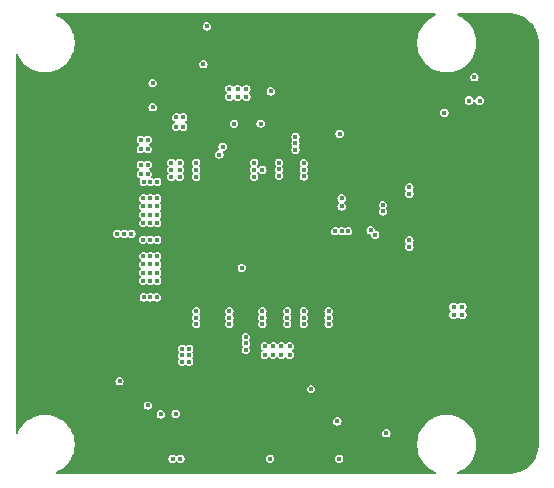
<source format=gbr>
G04 #@! TF.GenerationSoftware,KiCad,Pcbnew,8.0.4*
G04 #@! TF.CreationDate,2025-01-16T23:08:25-08:00*
G04 #@! TF.ProjectId,GMAX4002_MIPI_Breakout,474d4158-3430-4303-925f-4d4950495f42,rev?*
G04 #@! TF.SameCoordinates,Original*
G04 #@! TF.FileFunction,Copper,L2,Inr*
G04 #@! TF.FilePolarity,Positive*
%FSLAX46Y46*%
G04 Gerber Fmt 4.6, Leading zero omitted, Abs format (unit mm)*
G04 Created by KiCad (PCBNEW 8.0.4) date 2025-01-16 23:08:25*
%MOMM*%
%LPD*%
G01*
G04 APERTURE LIST*
G04 #@! TA.AperFunction,ViaPad*
%ADD10C,0.400000*%
G04 #@! TD*
G04 #@! TA.AperFunction,ViaPad*
%ADD11C,0.450000*%
G04 #@! TD*
G04 APERTURE END LIST*
D10*
G04 #@! TO.N,GND*
X16000000Y-28400000D03*
X17900000Y-17850000D03*
X18500000Y-17850000D03*
X17900000Y-16850000D03*
X18500000Y-16850000D03*
X17900000Y-15800000D03*
X18500000Y-15800000D03*
X18500000Y-14800000D03*
X17900000Y-14800000D03*
X27450000Y-5900000D03*
X27450000Y-7350000D03*
X21050000Y-10250000D03*
X18500000Y-11000000D03*
G04 #@! TO.N,VDDIO*
X18500000Y-9350000D03*
X20750000Y-9325000D03*
G04 #@! TO.N,GND*
X32750000Y-37650000D03*
X11600000Y-2350000D03*
X29800000Y-17800000D03*
X30400000Y-19350000D03*
X30650000Y-17300000D03*
X30750000Y-15650000D03*
X33750000Y-18700000D03*
X33750000Y-20250000D03*
G04 #@! TO.N,CAM_D1_P*
X31100000Y-16775000D03*
G04 #@! TO.N,CAM_D1_N*
X31100000Y-16225000D03*
G04 #@! TO.N,CAM_D0_P*
X33350000Y-15275000D03*
G04 #@! TO.N,CAM_D0_N*
X33350000Y-14725000D03*
G04 #@! TO.N,CAM_CLK_N*
X30055545Y-18355545D03*
G04 #@! TO.N,CAM_CLK_P*
X30444455Y-18744455D03*
G04 #@! TO.N,CAM_D2_N*
X33350000Y-19225000D03*
G04 #@! TO.N,CAM_D2_P*
X33350000Y-19775000D03*
G04 #@! TO.N,+5V*
X13950000Y-37700000D03*
G04 #@! TO.N,GND*
X9850000Y-14950000D03*
X8900000Y-14950000D03*
X8900000Y-17100000D03*
X9800000Y-17100000D03*
X9700000Y-19600000D03*
X8700000Y-19610000D03*
X11700000Y-25400000D03*
X8800000Y-33200000D03*
G04 #@! TO.N,VDD*
X19150000Y-21550000D03*
G04 #@! TO.N,VDDA*
X8800000Y-31150000D03*
G04 #@! TO.N,+5V*
X27400000Y-37700000D03*
G04 #@! TO.N,GND*
X36350000Y-23250000D03*
X38450000Y-23250000D03*
X35350000Y-14200000D03*
X35350000Y-15750000D03*
X35350000Y-17250000D03*
X35350000Y-18750000D03*
X35350000Y-20200000D03*
X35350000Y-21800000D03*
X38450000Y-21750000D03*
X38400000Y-20250000D03*
X38400000Y-18750000D03*
X38400000Y-17250000D03*
X38400000Y-15750000D03*
X38400000Y-14250000D03*
X41000000Y-36700000D03*
X41000000Y-35500000D03*
X42000000Y-36700000D03*
X42000000Y-35500000D03*
X42000000Y-30200000D03*
X41000000Y-30200000D03*
X42000000Y-29000000D03*
X41000000Y-29000000D03*
X39100000Y-31500000D03*
X38100000Y-31500000D03*
X39100000Y-32300000D03*
X38100000Y-32300000D03*
X39800000Y-26000000D03*
X41500000Y-26000000D03*
X39800000Y-27300000D03*
X41500000Y-27300000D03*
X39800000Y-11700000D03*
X39800000Y-13000000D03*
X41500000Y-13000000D03*
X41500000Y-11700000D03*
D11*
G04 #@! TO.N,+3V3*
X27450000Y-10200000D03*
X39300000Y-7400000D03*
X38400000Y-7400000D03*
X37100000Y-25500000D03*
X37800000Y-25500000D03*
X37100000Y-24850000D03*
X37800000Y-24850000D03*
D10*
G04 #@! TO.N,GND*
X39300000Y-8400000D03*
X38400000Y-8400000D03*
X42200000Y-3800000D03*
X42200000Y-4400000D03*
X43300000Y-3800000D03*
X43300000Y-4400000D03*
X43300000Y-9400000D03*
X43300000Y-10000000D03*
X42200000Y-10000000D03*
X42200000Y-9400000D03*
G04 #@! TO.N,SCL_3V3*
X38850000Y-5400000D03*
X36300000Y-8400000D03*
G04 #@! TO.N,VDD*
X22500000Y-28900000D03*
X21800000Y-28900000D03*
X23200000Y-28900000D03*
X21100000Y-28900000D03*
X23200000Y-28200000D03*
X22500000Y-28200000D03*
X21800000Y-28200000D03*
X21100000Y-28200000D03*
G04 #@! TO.N,VDDA*
X14700000Y-29500000D03*
X14700000Y-28950000D03*
X14700000Y-28400000D03*
X14100000Y-29500000D03*
X14100000Y-28950000D03*
X14100000Y-28400000D03*
G04 #@! TO.N,GND*
X28410000Y-10750000D03*
X27680000Y-5260200D03*
X16000000Y-2400000D03*
X16400000Y-2800000D03*
X16850000Y-3900000D03*
X16850000Y-4700000D03*
G04 #@! TO.N,CAM_EN*
X15900000Y-4300000D03*
G04 #@! TO.N,Net-(U1-TEXP)*
X11600000Y-7950000D03*
G04 #@! TO.N,Net-(U1-TDIG)*
X11600000Y-5900000D03*
G04 #@! TO.N,VDDIO*
X18100000Y-6400000D03*
X18100000Y-7050000D03*
X18800000Y-6400000D03*
X18800000Y-7050000D03*
X19550000Y-7050000D03*
X19550000Y-6400000D03*
G04 #@! TO.N,GND*
X7100000Y-27000000D03*
X8050000Y-26500000D03*
X9100000Y-27000000D03*
X10050000Y-26500000D03*
X10050000Y-27000000D03*
X9100000Y-26500000D03*
X8050000Y-27000000D03*
X7100000Y-26500000D03*
X10550000Y-28400000D03*
X24050000Y-32250000D03*
X24050000Y-31350000D03*
X24750000Y-30200000D03*
X24300000Y-29700000D03*
X30000000Y-32750000D03*
X30000000Y-31600000D03*
X30000000Y-32187500D03*
X28600000Y-32850000D03*
X28600000Y-32200000D03*
X28600000Y-31550000D03*
X27272500Y-31800000D03*
X27300000Y-33100000D03*
X24900000Y-36350000D03*
X24450000Y-35850000D03*
X11300000Y-34750000D03*
X14950000Y-34450000D03*
X15400000Y-34950000D03*
X15400000Y-32550000D03*
X14900000Y-32100000D03*
X13600000Y-32000000D03*
X12000000Y-32000000D03*
X12800000Y-32000000D03*
G04 #@! TO.N,Net-(U5-SS_CTRL)*
X11200000Y-33200000D03*
X13550000Y-33900000D03*
G04 #@! TO.N,CAM_EN*
X12300000Y-33950000D03*
G04 #@! TO.N,+5V*
X13300000Y-37700000D03*
G04 #@! TO.N,VDD*
X27242500Y-34550000D03*
G04 #@! TO.N,GND*
X30800000Y-34637500D03*
X32000000Y-34637500D03*
X31400000Y-34637500D03*
X13050000Y-36800000D03*
X14250000Y-36800000D03*
X13650000Y-36800000D03*
G04 #@! TO.N,CAM_EN*
X25012500Y-31812500D03*
G04 #@! TO.N,+5V*
X21550000Y-37700000D03*
X31400000Y-35550000D03*
X16200000Y-1100000D03*
G04 #@! TO.N,SDA_1V8*
X17250000Y-11950000D03*
G04 #@! TO.N,SCL_1V8*
X17525000Y-11275000D03*
G04 #@! TO.N,VDDA*
X13600000Y-8800000D03*
X14200000Y-8800000D03*
X13600000Y-9600000D03*
X14200000Y-9600000D03*
X10600000Y-12800000D03*
X11200000Y-12800000D03*
X10600000Y-13600000D03*
X11200000Y-13600000D03*
X10600000Y-11500000D03*
X11200000Y-11500000D03*
X11200000Y-10700000D03*
X10600000Y-10700000D03*
G04 #@! TO.N,GND*
X26500000Y-15650000D03*
X26500000Y-16350000D03*
X33800000Y-15750000D03*
X33800000Y-14250000D03*
X33000000Y-20250000D03*
X33000000Y-18700000D03*
G04 #@! TO.N,Net-(U1-SYS_RST_N)*
X21610000Y-6600000D03*
G04 #@! TO.N,GND*
X20900000Y-14250000D03*
G04 #@! TO.N,CAM_D3_P*
X27600000Y-16350000D03*
G04 #@! TO.N,CAM_D3_N*
X27600000Y-15650000D03*
G04 #@! TO.N,GND*
X28200000Y-19150000D03*
X27600000Y-19150000D03*
X27000000Y-19150000D03*
X18550000Y-27450000D03*
X18550000Y-28450000D03*
X15550000Y-8650000D03*
X15550000Y-9650000D03*
X15600000Y-10700000D03*
X15600000Y-11700000D03*
X9000000Y-12450000D03*
X9000000Y-13450000D03*
X9000000Y-10600000D03*
X9000000Y-11600000D03*
X8100000Y-14690000D03*
X7100000Y-14690000D03*
X8100000Y-16800000D03*
X7100000Y-16800000D03*
X8000000Y-23700000D03*
X7000000Y-23700000D03*
X10100000Y-21500000D03*
X9100000Y-21500000D03*
X7100000Y-21490000D03*
X8100000Y-21500000D03*
X14950000Y-10450000D03*
X14950000Y-11650000D03*
X14950000Y-11050000D03*
X12100000Y-10450000D03*
X12100000Y-11650000D03*
X12100000Y-11050000D03*
G04 #@! TO.N,VDDIO*
X15300000Y-13250000D03*
X15300000Y-12650000D03*
X15301274Y-13850691D03*
X20201274Y-13850691D03*
X20200000Y-12650000D03*
X20200000Y-13250000D03*
G04 #@! TO.N,VTX2L*
X12000000Y-21250000D03*
X10800000Y-21250000D03*
X11400000Y-21250000D03*
G04 #@! TO.N,VDDA*
X23700000Y-11550000D03*
X23700000Y-11000000D03*
X23700000Y-10450000D03*
G04 #@! TO.N,VTX1H*
X9200000Y-18650000D03*
X8600000Y-18650000D03*
X9800000Y-18650000D03*
G04 #@! TO.N,GND*
X19350000Y-12650000D03*
X19350000Y-13850000D03*
X19350000Y-13250000D03*
X18800000Y-12650000D03*
X18800000Y-13850000D03*
X18800000Y-13250000D03*
X25100000Y-12650000D03*
X25100000Y-13850000D03*
X25100000Y-13250000D03*
G04 #@! TO.N,VDDA*
X19500000Y-28500000D03*
X19500000Y-27950000D03*
X19500000Y-27400000D03*
G04 #@! TO.N,VDD*
X11950000Y-24050000D03*
X11400000Y-24050000D03*
X10850000Y-24050000D03*
G04 #@! TO.N,GND*
X22150000Y-25150000D03*
X22150000Y-26350000D03*
X22150000Y-25750000D03*
X23700000Y-25150000D03*
X23700000Y-26350000D03*
X23700000Y-25750000D03*
X20200000Y-25150000D03*
X20200000Y-26350000D03*
X20200000Y-25750000D03*
X21600000Y-25150000D03*
X21600000Y-26350000D03*
X21600000Y-25750000D03*
X18800000Y-25150000D03*
X18800000Y-26350000D03*
X18800000Y-25750000D03*
X17400000Y-25150000D03*
X17400000Y-26350000D03*
X17400000Y-25750000D03*
X13200000Y-25150000D03*
X13200000Y-26350000D03*
X13200000Y-25750000D03*
X11100000Y-25400000D03*
X11700000Y-24750000D03*
X11100000Y-24750000D03*
X10800000Y-19850000D03*
X12000000Y-19850000D03*
X11400000Y-19850000D03*
X10800000Y-14950000D03*
X12000000Y-14950000D03*
X11400000Y-14950000D03*
X12500000Y-12650000D03*
X12500000Y-13850000D03*
X12500000Y-13250000D03*
X14600000Y-12650000D03*
X14600000Y-13850000D03*
X14600000Y-13250000D03*
X23000000Y-13850000D03*
X23000000Y-12650000D03*
X23000000Y-13250000D03*
G04 #@! TO.N,CLOCK*
X20900000Y-13250000D03*
G04 #@! TO.N,VDD*
X13200000Y-13250000D03*
X13200000Y-12650000D03*
X13200000Y-13850000D03*
G04 #@! TO.N,VDDA*
X22300000Y-13750000D03*
X22300000Y-13200000D03*
X22300000Y-12650000D03*
G04 #@! TO.N,VDD*
X24400000Y-13250000D03*
X24400000Y-12700000D03*
X24400000Y-13800000D03*
X27600000Y-18450000D03*
X27050000Y-18450000D03*
X28150000Y-18450000D03*
X18100000Y-26300000D03*
X20900000Y-26300000D03*
X24400000Y-26300000D03*
X26500000Y-26300000D03*
X23000000Y-26300000D03*
X18100000Y-25200000D03*
X20900000Y-25200000D03*
X24400000Y-25200000D03*
X26500000Y-25200000D03*
X23000000Y-25200000D03*
G04 #@! TO.N,VDDA*
X15300000Y-25200000D03*
X15300000Y-25750000D03*
X15300000Y-26300000D03*
X13900000Y-13850000D03*
X13900000Y-13250000D03*
X13900000Y-12650000D03*
X12000000Y-14250000D03*
X11400000Y-14250000D03*
X10850000Y-14250000D03*
X12000000Y-16350000D03*
G04 #@! TO.N,VDD*
X18100000Y-25750000D03*
X20900000Y-25750000D03*
X23000000Y-25750000D03*
X26500000Y-25750000D03*
X24400000Y-25750000D03*
G04 #@! TO.N,VTX1L*
X10800000Y-20550000D03*
G04 #@! TO.N,VCPPI*
X10800000Y-17050000D03*
G04 #@! TO.N,VCPPO*
X10800000Y-15650000D03*
G04 #@! TO.N,VGRSTH*
X10800000Y-17750000D03*
G04 #@! TO.N,VTX2H*
X10800000Y-19150000D03*
G04 #@! TO.N,VTX1L*
X12000000Y-20550000D03*
G04 #@! TO.N,VCPPI*
X12000000Y-17050000D03*
G04 #@! TO.N,VCPPO*
X12000000Y-15650000D03*
G04 #@! TO.N,VGRSTH*
X12000000Y-17750000D03*
G04 #@! TO.N,VTX2H*
X12000000Y-19150000D03*
G04 #@! TO.N,VCPPO*
X11400000Y-15650000D03*
G04 #@! TO.N,VDDA*
X11400000Y-16350000D03*
G04 #@! TO.N,VCPPI*
X11400000Y-17050000D03*
G04 #@! TO.N,VGRSTH*
X11400000Y-17750000D03*
G04 #@! TO.N,VTX2H*
X11400000Y-19150000D03*
G04 #@! TO.N,VTX1L*
X11400000Y-20550000D03*
G04 #@! TO.N,VGRSTL*
X10800000Y-21950000D03*
X12000000Y-21950000D03*
X11400000Y-21950000D03*
G04 #@! TO.N,VCPNI*
X10800000Y-22650000D03*
X11400000Y-22650000D03*
X12000000Y-22650000D03*
G04 #@! TO.N,VDDA*
X10800000Y-16350000D03*
G04 #@! TD*
G04 #@! TA.AperFunction,Conductor*
G04 #@! TO.N,GND*
G36*
X35552682Y-18907D02*
G01*
X35588646Y-68407D01*
X35588646Y-129593D01*
X35552682Y-179093D01*
X35537445Y-188196D01*
X35288569Y-308047D01*
X35288557Y-308054D01*
X35050751Y-457477D01*
X34831176Y-632583D01*
X34632583Y-831176D01*
X34457477Y-1050751D01*
X34308054Y-1288557D01*
X34308047Y-1288569D01*
X34186199Y-1541590D01*
X34186198Y-1541593D01*
X34093440Y-1806680D01*
X34030944Y-2080492D01*
X33999500Y-2359573D01*
X33999500Y-2640426D01*
X34030944Y-2919507D01*
X34093440Y-3193319D01*
X34186198Y-3458406D01*
X34186199Y-3458409D01*
X34308047Y-3711430D01*
X34308051Y-3711437D01*
X34308055Y-3711445D01*
X34457477Y-3949248D01*
X34632584Y-4168825D01*
X34831175Y-4367416D01*
X35050752Y-4542523D01*
X35288555Y-4691945D01*
X35288566Y-4691950D01*
X35288569Y-4691952D01*
X35509962Y-4798569D01*
X35541592Y-4813801D01*
X35806682Y-4906560D01*
X36080491Y-4969055D01*
X36359575Y-5000500D01*
X36359576Y-5000500D01*
X36640424Y-5000500D01*
X36640425Y-5000500D01*
X36919509Y-4969055D01*
X37193318Y-4906560D01*
X37458408Y-4813801D01*
X37711445Y-4691945D01*
X37949248Y-4542523D01*
X38168825Y-4367416D01*
X38367416Y-4168825D01*
X38542523Y-3949248D01*
X38691945Y-3711445D01*
X38813801Y-3458408D01*
X38906560Y-3193318D01*
X38969055Y-2919509D01*
X39000500Y-2640425D01*
X39000500Y-2359575D01*
X38969055Y-2080491D01*
X38906560Y-1806682D01*
X38813801Y-1541592D01*
X38798569Y-1509962D01*
X38691952Y-1288569D01*
X38691950Y-1288566D01*
X38691945Y-1288555D01*
X38542523Y-1050752D01*
X38367416Y-831175D01*
X38168825Y-632584D01*
X37949248Y-457477D01*
X37711445Y-308055D01*
X37711437Y-308051D01*
X37711430Y-308047D01*
X37462555Y-188196D01*
X37418330Y-145913D01*
X37407405Y-85711D01*
X37433952Y-30585D01*
X37487832Y-1591D01*
X37505509Y0D01*
X41799177Y0D01*
X41800795Y-13D01*
X41958013Y-2583D01*
X41969309Y-3416D01*
X42281820Y-44559D01*
X42294506Y-47082D01*
X42598204Y-128458D01*
X42610448Y-132615D01*
X42900916Y-252931D01*
X42912519Y-258652D01*
X43184806Y-415857D01*
X43195561Y-423044D01*
X43444979Y-614429D01*
X43454716Y-622967D01*
X43677032Y-845283D01*
X43685570Y-855020D01*
X43876951Y-1104432D01*
X43884146Y-1115199D01*
X44041344Y-1387475D01*
X44047071Y-1399089D01*
X44167381Y-1689542D01*
X44171544Y-1701805D01*
X44252915Y-2005486D01*
X44255441Y-2018187D01*
X44296582Y-2330686D01*
X44297416Y-2341989D01*
X44299987Y-2499203D01*
X44300000Y-2500822D01*
X44300000Y-36499177D01*
X44299987Y-36500796D01*
X44297416Y-36658010D01*
X44296582Y-36669313D01*
X44255441Y-36981812D01*
X44252915Y-36994513D01*
X44171544Y-37298194D01*
X44167381Y-37310457D01*
X44047071Y-37600910D01*
X44041344Y-37612524D01*
X43884146Y-37884800D01*
X43876951Y-37895567D01*
X43685570Y-38144979D01*
X43677032Y-38154716D01*
X43454716Y-38377032D01*
X43444979Y-38385570D01*
X43195567Y-38576951D01*
X43184800Y-38584146D01*
X42912524Y-38741344D01*
X42900910Y-38747071D01*
X42610457Y-38867381D01*
X42598194Y-38871544D01*
X42294513Y-38952915D01*
X42281812Y-38955441D01*
X41969313Y-38996582D01*
X41958010Y-38997416D01*
X41803599Y-38999941D01*
X41800794Y-38999987D01*
X41799177Y-39000000D01*
X37505509Y-39000000D01*
X37447318Y-38981093D01*
X37411354Y-38931593D01*
X37411354Y-38870407D01*
X37447318Y-38820907D01*
X37462555Y-38811804D01*
X37711430Y-38691952D01*
X37711445Y-38691945D01*
X37949248Y-38542523D01*
X38168825Y-38367416D01*
X38367416Y-38168825D01*
X38542523Y-37949248D01*
X38691945Y-37711445D01*
X38813801Y-37458408D01*
X38906560Y-37193318D01*
X38969055Y-36919509D01*
X39000500Y-36640425D01*
X39000500Y-36359575D01*
X38969055Y-36080491D01*
X38906560Y-35806682D01*
X38813801Y-35541592D01*
X38691945Y-35288555D01*
X38542523Y-35050752D01*
X38367416Y-34831175D01*
X38168825Y-34632584D01*
X37949248Y-34457477D01*
X37711445Y-34308055D01*
X37711437Y-34308051D01*
X37711430Y-34308047D01*
X37458409Y-34186199D01*
X37458406Y-34186198D01*
X37193319Y-34093440D01*
X36919507Y-34030944D01*
X36640426Y-33999500D01*
X36640425Y-33999500D01*
X36359575Y-33999500D01*
X36359573Y-33999500D01*
X36080492Y-34030944D01*
X35806680Y-34093440D01*
X35541593Y-34186198D01*
X35541590Y-34186199D01*
X35288569Y-34308047D01*
X35288557Y-34308054D01*
X35050751Y-34457477D01*
X34831176Y-34632583D01*
X34632583Y-34831176D01*
X34457477Y-35050751D01*
X34308054Y-35288557D01*
X34308047Y-35288569D01*
X34186199Y-35541590D01*
X34186198Y-35541593D01*
X34093440Y-35806680D01*
X34030944Y-36080492D01*
X33999500Y-36359573D01*
X33999500Y-36640426D01*
X34030944Y-36919507D01*
X34093440Y-37193319D01*
X34186198Y-37458406D01*
X34186199Y-37458409D01*
X34308047Y-37711430D01*
X34308051Y-37711437D01*
X34308055Y-37711445D01*
X34457477Y-37949248D01*
X34632584Y-38168825D01*
X34831175Y-38367416D01*
X35050752Y-38542523D01*
X35288555Y-38691945D01*
X35288566Y-38691950D01*
X35288569Y-38691952D01*
X35537445Y-38811804D01*
X35581670Y-38854087D01*
X35592595Y-38914289D01*
X35566048Y-38969415D01*
X35512168Y-38998409D01*
X35494491Y-39000000D01*
X3505509Y-39000000D01*
X3447318Y-38981093D01*
X3411354Y-38931593D01*
X3411354Y-38870407D01*
X3447318Y-38820907D01*
X3462555Y-38811804D01*
X3711430Y-38691952D01*
X3711445Y-38691945D01*
X3949248Y-38542523D01*
X4168825Y-38367416D01*
X4367416Y-38168825D01*
X4542523Y-37949248D01*
X4691945Y-37711445D01*
X4697457Y-37700000D01*
X12945131Y-37700000D01*
X12962500Y-37809661D01*
X13012905Y-37908587D01*
X13091413Y-37987095D01*
X13190339Y-38037500D01*
X13300000Y-38054869D01*
X13409661Y-38037500D01*
X13508587Y-37987095D01*
X13554998Y-37940683D01*
X13609513Y-37912908D01*
X13669945Y-37922479D01*
X13695000Y-37940682D01*
X13741413Y-37987095D01*
X13840339Y-38037500D01*
X13950000Y-38054869D01*
X14059661Y-38037500D01*
X14158587Y-37987095D01*
X14237095Y-37908587D01*
X14287500Y-37809661D01*
X14304869Y-37700000D01*
X21195131Y-37700000D01*
X21212500Y-37809661D01*
X21262905Y-37908587D01*
X21341413Y-37987095D01*
X21440339Y-38037500D01*
X21550000Y-38054869D01*
X21659661Y-38037500D01*
X21758587Y-37987095D01*
X21837095Y-37908587D01*
X21887500Y-37809661D01*
X21904869Y-37700000D01*
X27045131Y-37700000D01*
X27062500Y-37809661D01*
X27112905Y-37908587D01*
X27191413Y-37987095D01*
X27290339Y-38037500D01*
X27400000Y-38054869D01*
X27509661Y-38037500D01*
X27608587Y-37987095D01*
X27687095Y-37908587D01*
X27737500Y-37809661D01*
X27754869Y-37700000D01*
X27737500Y-37590339D01*
X27687095Y-37491413D01*
X27608587Y-37412905D01*
X27509661Y-37362500D01*
X27400000Y-37345131D01*
X27290338Y-37362500D01*
X27191413Y-37412905D01*
X27112905Y-37491413D01*
X27062500Y-37590338D01*
X27062500Y-37590339D01*
X27045131Y-37700000D01*
X21904869Y-37700000D01*
X21887500Y-37590339D01*
X21837095Y-37491413D01*
X21758587Y-37412905D01*
X21659661Y-37362500D01*
X21550000Y-37345131D01*
X21440338Y-37362500D01*
X21341413Y-37412905D01*
X21262905Y-37491413D01*
X21212500Y-37590338D01*
X21212500Y-37590339D01*
X21195131Y-37700000D01*
X14304869Y-37700000D01*
X14287500Y-37590339D01*
X14237095Y-37491413D01*
X14158587Y-37412905D01*
X14059661Y-37362500D01*
X13950000Y-37345131D01*
X13840338Y-37362500D01*
X13741413Y-37412905D01*
X13695001Y-37459316D01*
X13640487Y-37487092D01*
X13580055Y-37477521D01*
X13554999Y-37459317D01*
X13508587Y-37412905D01*
X13409661Y-37362500D01*
X13300000Y-37345131D01*
X13190338Y-37362500D01*
X13091413Y-37412905D01*
X13012905Y-37491413D01*
X12962500Y-37590338D01*
X12962500Y-37590339D01*
X12945131Y-37700000D01*
X4697457Y-37700000D01*
X4813801Y-37458408D01*
X4906560Y-37193318D01*
X4969055Y-36919509D01*
X5000500Y-36640425D01*
X5000500Y-36359575D01*
X4969055Y-36080491D01*
X4906560Y-35806682D01*
X4816743Y-35550000D01*
X31045131Y-35550000D01*
X31062500Y-35659661D01*
X31112905Y-35758587D01*
X31191413Y-35837095D01*
X31290339Y-35887500D01*
X31400000Y-35904869D01*
X31509661Y-35887500D01*
X31608587Y-35837095D01*
X31687095Y-35758587D01*
X31737500Y-35659661D01*
X31754869Y-35550000D01*
X31753537Y-35541593D01*
X31746077Y-35494490D01*
X31737500Y-35440339D01*
X31687095Y-35341413D01*
X31608587Y-35262905D01*
X31509661Y-35212500D01*
X31400000Y-35195131D01*
X31290338Y-35212500D01*
X31191413Y-35262905D01*
X31112905Y-35341413D01*
X31062500Y-35440338D01*
X31046463Y-35541593D01*
X31045131Y-35550000D01*
X4816743Y-35550000D01*
X4813801Y-35541592D01*
X4691945Y-35288555D01*
X4542523Y-35050752D01*
X4367416Y-34831175D01*
X4168825Y-34632584D01*
X4065268Y-34550000D01*
X26887631Y-34550000D01*
X26905000Y-34659661D01*
X26955405Y-34758587D01*
X27033913Y-34837095D01*
X27132839Y-34887500D01*
X27242500Y-34904869D01*
X27352161Y-34887500D01*
X27451087Y-34837095D01*
X27529595Y-34758587D01*
X27580000Y-34659661D01*
X27597369Y-34550000D01*
X27580000Y-34440339D01*
X27529595Y-34341413D01*
X27451087Y-34262905D01*
X27352161Y-34212500D01*
X27242500Y-34195131D01*
X27132838Y-34212500D01*
X27033913Y-34262905D01*
X26955405Y-34341413D01*
X26905000Y-34440338D01*
X26902286Y-34457477D01*
X26887631Y-34550000D01*
X4065268Y-34550000D01*
X3949248Y-34457477D01*
X3711445Y-34308055D01*
X3711437Y-34308051D01*
X3711430Y-34308047D01*
X3458409Y-34186199D01*
X3458406Y-34186198D01*
X3193319Y-34093440D01*
X2919507Y-34030944D01*
X2640426Y-33999500D01*
X2640425Y-33999500D01*
X2359575Y-33999500D01*
X2359573Y-33999500D01*
X2080492Y-34030944D01*
X1806680Y-34093440D01*
X1541593Y-34186198D01*
X1541590Y-34186199D01*
X1288569Y-34308047D01*
X1288557Y-34308054D01*
X1050751Y-34457477D01*
X831176Y-34632583D01*
X632583Y-34831176D01*
X457477Y-35050751D01*
X308054Y-35288557D01*
X308047Y-35288569D01*
X188196Y-35537444D01*
X145913Y-35581669D01*
X85711Y-35592594D01*
X30585Y-35566047D01*
X1591Y-35512167D01*
X0Y-35494490D01*
X0Y-33950000D01*
X11945131Y-33950000D01*
X11962500Y-34059661D01*
X12012905Y-34158587D01*
X12091413Y-34237095D01*
X12190339Y-34287500D01*
X12300000Y-34304869D01*
X12409661Y-34287500D01*
X12508587Y-34237095D01*
X12587095Y-34158587D01*
X12637500Y-34059661D01*
X12654869Y-33950000D01*
X12646950Y-33900000D01*
X13195131Y-33900000D01*
X13212500Y-34009661D01*
X13262905Y-34108587D01*
X13341413Y-34187095D01*
X13440339Y-34237500D01*
X13550000Y-34254869D01*
X13659661Y-34237500D01*
X13758587Y-34187095D01*
X13837095Y-34108587D01*
X13887500Y-34009661D01*
X13904869Y-33900000D01*
X13887500Y-33790339D01*
X13837095Y-33691413D01*
X13758587Y-33612905D01*
X13659661Y-33562500D01*
X13550000Y-33545131D01*
X13440338Y-33562500D01*
X13341413Y-33612905D01*
X13262905Y-33691413D01*
X13212500Y-33790338D01*
X13204581Y-33840339D01*
X13195131Y-33900000D01*
X12646950Y-33900000D01*
X12637500Y-33840339D01*
X12587095Y-33741413D01*
X12508587Y-33662905D01*
X12409661Y-33612500D01*
X12300000Y-33595131D01*
X12190338Y-33612500D01*
X12091413Y-33662905D01*
X12012905Y-33741413D01*
X11962500Y-33840338D01*
X11953051Y-33899999D01*
X11945131Y-33950000D01*
X0Y-33950000D01*
X0Y-33200000D01*
X10845131Y-33200000D01*
X10862500Y-33309661D01*
X10912905Y-33408587D01*
X10991413Y-33487095D01*
X11090339Y-33537500D01*
X11200000Y-33554869D01*
X11309661Y-33537500D01*
X11408587Y-33487095D01*
X11487095Y-33408587D01*
X11537500Y-33309661D01*
X11554869Y-33200000D01*
X11537500Y-33090339D01*
X11487095Y-32991413D01*
X11408587Y-32912905D01*
X11309661Y-32862500D01*
X11200000Y-32845131D01*
X11090338Y-32862500D01*
X10991413Y-32912905D01*
X10912905Y-32991413D01*
X10862500Y-33090338D01*
X10862500Y-33090339D01*
X10845131Y-33200000D01*
X0Y-33200000D01*
X0Y-31812500D01*
X24657631Y-31812500D01*
X24675000Y-31922161D01*
X24725405Y-32021087D01*
X24803913Y-32099595D01*
X24902839Y-32150000D01*
X25012500Y-32167369D01*
X25122161Y-32150000D01*
X25221087Y-32099595D01*
X25299595Y-32021087D01*
X25350000Y-31922161D01*
X25367369Y-31812500D01*
X25350000Y-31702839D01*
X25299595Y-31603913D01*
X25221087Y-31525405D01*
X25122161Y-31475000D01*
X25012500Y-31457631D01*
X24902838Y-31475000D01*
X24803913Y-31525405D01*
X24725405Y-31603913D01*
X24675000Y-31702838D01*
X24675000Y-31702839D01*
X24657631Y-31812500D01*
X0Y-31812500D01*
X0Y-31150000D01*
X8445131Y-31150000D01*
X8462500Y-31259661D01*
X8512905Y-31358587D01*
X8591413Y-31437095D01*
X8690339Y-31487500D01*
X8800000Y-31504869D01*
X8909661Y-31487500D01*
X9008587Y-31437095D01*
X9087095Y-31358587D01*
X9137500Y-31259661D01*
X9154869Y-31150000D01*
X9137500Y-31040339D01*
X9087095Y-30941413D01*
X9008587Y-30862905D01*
X8909661Y-30812500D01*
X8800000Y-30795131D01*
X8690338Y-30812500D01*
X8591413Y-30862905D01*
X8512905Y-30941413D01*
X8462500Y-31040338D01*
X8462500Y-31040339D01*
X8445131Y-31150000D01*
X0Y-31150000D01*
X0Y-28399999D01*
X13745131Y-28399999D01*
X13745131Y-28400000D01*
X13762500Y-28509661D01*
X13812906Y-28608589D01*
X13817486Y-28614892D01*
X13815205Y-28616549D01*
X13837095Y-28659538D01*
X13827508Y-28719968D01*
X13816845Y-28734642D01*
X13817486Y-28735108D01*
X13812906Y-28741410D01*
X13762500Y-28840338D01*
X13745131Y-28949999D01*
X13745131Y-28950000D01*
X13762500Y-29059661D01*
X13812906Y-29158589D01*
X13817486Y-29164892D01*
X13815205Y-29166549D01*
X13837095Y-29209538D01*
X13827508Y-29269968D01*
X13816845Y-29284642D01*
X13817486Y-29285108D01*
X13812906Y-29291410D01*
X13762500Y-29390338D01*
X13762500Y-29390339D01*
X13745131Y-29500000D01*
X13762500Y-29609661D01*
X13812905Y-29708587D01*
X13891413Y-29787095D01*
X13990339Y-29837500D01*
X14100000Y-29854869D01*
X14209661Y-29837500D01*
X14308587Y-29787095D01*
X14329998Y-29765683D01*
X14384513Y-29737908D01*
X14444945Y-29747479D01*
X14470000Y-29765682D01*
X14491413Y-29787095D01*
X14590339Y-29837500D01*
X14700000Y-29854869D01*
X14809661Y-29837500D01*
X14908587Y-29787095D01*
X14987095Y-29708587D01*
X15037500Y-29609661D01*
X15054869Y-29500000D01*
X15037500Y-29390339D01*
X14987095Y-29291413D01*
X14987094Y-29291412D01*
X14987093Y-29291410D01*
X14982514Y-29285108D01*
X14984797Y-29283448D01*
X14962908Y-29240487D01*
X14972479Y-29180055D01*
X14983156Y-29165358D01*
X14982514Y-29164892D01*
X14987093Y-29158589D01*
X14987095Y-29158587D01*
X15037500Y-29059661D01*
X15054869Y-28950000D01*
X15037500Y-28840339D01*
X14987095Y-28741413D01*
X14987094Y-28741412D01*
X14987093Y-28741410D01*
X14982514Y-28735108D01*
X14984797Y-28733448D01*
X14962908Y-28690487D01*
X14972479Y-28630055D01*
X14983156Y-28615358D01*
X14982514Y-28614892D01*
X14987093Y-28608589D01*
X14987095Y-28608587D01*
X15037500Y-28509661D01*
X15054869Y-28400000D01*
X15037500Y-28290339D01*
X14987095Y-28191413D01*
X14908587Y-28112905D01*
X14809661Y-28062500D01*
X14700000Y-28045131D01*
X14590338Y-28062500D01*
X14491413Y-28112905D01*
X14470001Y-28134316D01*
X14415487Y-28162092D01*
X14355055Y-28152521D01*
X14329999Y-28134317D01*
X14308587Y-28112905D01*
X14209661Y-28062500D01*
X14100000Y-28045131D01*
X13990338Y-28062500D01*
X13891413Y-28112905D01*
X13812905Y-28191413D01*
X13762500Y-28290338D01*
X13745131Y-28399999D01*
X0Y-28399999D01*
X0Y-27399999D01*
X19145131Y-27399999D01*
X19145131Y-27400000D01*
X19162500Y-27509661D01*
X19212906Y-27608589D01*
X19217486Y-27614892D01*
X19215205Y-27616549D01*
X19237095Y-27659538D01*
X19227508Y-27719968D01*
X19216845Y-27734642D01*
X19217486Y-27735108D01*
X19212906Y-27741410D01*
X19162500Y-27840338D01*
X19145131Y-27949999D01*
X19145131Y-27950000D01*
X19162500Y-28059661D01*
X19212906Y-28158589D01*
X19217486Y-28164892D01*
X19215205Y-28166549D01*
X19237095Y-28209538D01*
X19227508Y-28269968D01*
X19216845Y-28284642D01*
X19217486Y-28285108D01*
X19212906Y-28291410D01*
X19162500Y-28390338D01*
X19162500Y-28390339D01*
X19145131Y-28500000D01*
X19162500Y-28609661D01*
X19212905Y-28708587D01*
X19291413Y-28787095D01*
X19390339Y-28837500D01*
X19500000Y-28854869D01*
X19609661Y-28837500D01*
X19708587Y-28787095D01*
X19787095Y-28708587D01*
X19837500Y-28609661D01*
X19854869Y-28500000D01*
X19837500Y-28390339D01*
X19787095Y-28291413D01*
X19787094Y-28291412D01*
X19787093Y-28291410D01*
X19782514Y-28285108D01*
X19784797Y-28283448D01*
X19762908Y-28240487D01*
X19769320Y-28200000D01*
X20745131Y-28200000D01*
X20762500Y-28309661D01*
X20812905Y-28408587D01*
X20884316Y-28479998D01*
X20912092Y-28534513D01*
X20902521Y-28594945D01*
X20884317Y-28620000D01*
X20844780Y-28659538D01*
X20812905Y-28691413D01*
X20762500Y-28790338D01*
X20754581Y-28840339D01*
X20745131Y-28900000D01*
X20762500Y-29009661D01*
X20812905Y-29108587D01*
X20891413Y-29187095D01*
X20990339Y-29237500D01*
X21100000Y-29254869D01*
X21209661Y-29237500D01*
X21308587Y-29187095D01*
X21379998Y-29115683D01*
X21434513Y-29087908D01*
X21494945Y-29097479D01*
X21520000Y-29115682D01*
X21591413Y-29187095D01*
X21690339Y-29237500D01*
X21800000Y-29254869D01*
X21909661Y-29237500D01*
X22008587Y-29187095D01*
X22079998Y-29115683D01*
X22134513Y-29087908D01*
X22194945Y-29097479D01*
X22220000Y-29115682D01*
X22291413Y-29187095D01*
X22390339Y-29237500D01*
X22500000Y-29254869D01*
X22609661Y-29237500D01*
X22708587Y-29187095D01*
X22779998Y-29115683D01*
X22834513Y-29087908D01*
X22894945Y-29097479D01*
X22920000Y-29115682D01*
X22991413Y-29187095D01*
X23090339Y-29237500D01*
X23200000Y-29254869D01*
X23309661Y-29237500D01*
X23408587Y-29187095D01*
X23487095Y-29108587D01*
X23537500Y-29009661D01*
X23554869Y-28900000D01*
X23537500Y-28790339D01*
X23487095Y-28691413D01*
X23415683Y-28620001D01*
X23387908Y-28565487D01*
X23397479Y-28505055D01*
X23415682Y-28479999D01*
X23487095Y-28408587D01*
X23537500Y-28309661D01*
X23554869Y-28200000D01*
X23537500Y-28090339D01*
X23487095Y-27991413D01*
X23408587Y-27912905D01*
X23309661Y-27862500D01*
X23200000Y-27845131D01*
X23090338Y-27862500D01*
X22991413Y-27912905D01*
X22920001Y-27984316D01*
X22865487Y-28012092D01*
X22805055Y-28002521D01*
X22779999Y-27984317D01*
X22708587Y-27912905D01*
X22609661Y-27862500D01*
X22500000Y-27845131D01*
X22390338Y-27862500D01*
X22291413Y-27912905D01*
X22220001Y-27984316D01*
X22165487Y-28012092D01*
X22105055Y-28002521D01*
X22079999Y-27984317D01*
X22008587Y-27912905D01*
X21909661Y-27862500D01*
X21800000Y-27845131D01*
X21690338Y-27862500D01*
X21591413Y-27912905D01*
X21520001Y-27984316D01*
X21465487Y-28012092D01*
X21405055Y-28002521D01*
X21379999Y-27984317D01*
X21308587Y-27912905D01*
X21209661Y-27862500D01*
X21100000Y-27845131D01*
X20990338Y-27862500D01*
X20891413Y-27912905D01*
X20812905Y-27991413D01*
X20762500Y-28090338D01*
X20762500Y-28090339D01*
X20745131Y-28200000D01*
X19769320Y-28200000D01*
X19772479Y-28180055D01*
X19783156Y-28165358D01*
X19782514Y-28164892D01*
X19787093Y-28158589D01*
X19787095Y-28158587D01*
X19837500Y-28059661D01*
X19854869Y-27950000D01*
X19837500Y-27840339D01*
X19787095Y-27741413D01*
X19787094Y-27741412D01*
X19787093Y-27741410D01*
X19782514Y-27735108D01*
X19784797Y-27733448D01*
X19762908Y-27690487D01*
X19772479Y-27630055D01*
X19783156Y-27615358D01*
X19782514Y-27614892D01*
X19787093Y-27608589D01*
X19787095Y-27608587D01*
X19837500Y-27509661D01*
X19854869Y-27400000D01*
X19837500Y-27290339D01*
X19787095Y-27191413D01*
X19708587Y-27112905D01*
X19609661Y-27062500D01*
X19500000Y-27045131D01*
X19390338Y-27062500D01*
X19291413Y-27112905D01*
X19212905Y-27191413D01*
X19162500Y-27290338D01*
X19145131Y-27399999D01*
X0Y-27399999D01*
X0Y-25199999D01*
X14945131Y-25199999D01*
X14945131Y-25200000D01*
X14962500Y-25309661D01*
X15012906Y-25408589D01*
X15017486Y-25414892D01*
X15015205Y-25416549D01*
X15037095Y-25459538D01*
X15027508Y-25519968D01*
X15016845Y-25534642D01*
X15017486Y-25535108D01*
X15012906Y-25541410D01*
X14962500Y-25640338D01*
X14945131Y-25749999D01*
X14945131Y-25750000D01*
X14962500Y-25859661D01*
X15012906Y-25958589D01*
X15017486Y-25964892D01*
X15015205Y-25966549D01*
X15037095Y-26009538D01*
X15027508Y-26069968D01*
X15016845Y-26084642D01*
X15017486Y-26085108D01*
X15012906Y-26091410D01*
X14962500Y-26190338D01*
X14962500Y-26190339D01*
X14945131Y-26300000D01*
X14962500Y-26409661D01*
X15012905Y-26508587D01*
X15091413Y-26587095D01*
X15190339Y-26637500D01*
X15300000Y-26654869D01*
X15409661Y-26637500D01*
X15508587Y-26587095D01*
X15587095Y-26508587D01*
X15637500Y-26409661D01*
X15654869Y-26300000D01*
X15637500Y-26190339D01*
X15587095Y-26091413D01*
X15587094Y-26091412D01*
X15587093Y-26091410D01*
X15582514Y-26085108D01*
X15584797Y-26083448D01*
X15562908Y-26040487D01*
X15572479Y-25980055D01*
X15583156Y-25965358D01*
X15582514Y-25964892D01*
X15587093Y-25958589D01*
X15587095Y-25958587D01*
X15637500Y-25859661D01*
X15654869Y-25750000D01*
X15637500Y-25640339D01*
X15587095Y-25541413D01*
X15587094Y-25541412D01*
X15587093Y-25541410D01*
X15582514Y-25535108D01*
X15584797Y-25533448D01*
X15562908Y-25490487D01*
X15572479Y-25430055D01*
X15583156Y-25415358D01*
X15582514Y-25414892D01*
X15587093Y-25408589D01*
X15587095Y-25408587D01*
X15637500Y-25309661D01*
X15654869Y-25200000D01*
X15654869Y-25199999D01*
X17745131Y-25199999D01*
X17745131Y-25200000D01*
X17762500Y-25309661D01*
X17812906Y-25408589D01*
X17817486Y-25414892D01*
X17815205Y-25416549D01*
X17837095Y-25459538D01*
X17827508Y-25519968D01*
X17816845Y-25534642D01*
X17817486Y-25535108D01*
X17812906Y-25541410D01*
X17762500Y-25640338D01*
X17745131Y-25749999D01*
X17745131Y-25750000D01*
X17762500Y-25859661D01*
X17812906Y-25958589D01*
X17817486Y-25964892D01*
X17815205Y-25966549D01*
X17837095Y-26009538D01*
X17827508Y-26069968D01*
X17816845Y-26084642D01*
X17817486Y-26085108D01*
X17812906Y-26091410D01*
X17762500Y-26190338D01*
X17762500Y-26190339D01*
X17745131Y-26300000D01*
X17762500Y-26409661D01*
X17812905Y-26508587D01*
X17891413Y-26587095D01*
X17990339Y-26637500D01*
X18100000Y-26654869D01*
X18209661Y-26637500D01*
X18308587Y-26587095D01*
X18387095Y-26508587D01*
X18437500Y-26409661D01*
X18454869Y-26300000D01*
X18437500Y-26190339D01*
X18387095Y-26091413D01*
X18387094Y-26091412D01*
X18387093Y-26091410D01*
X18382514Y-26085108D01*
X18384797Y-26083448D01*
X18362908Y-26040487D01*
X18372479Y-25980055D01*
X18383156Y-25965358D01*
X18382514Y-25964892D01*
X18387093Y-25958589D01*
X18387095Y-25958587D01*
X18437500Y-25859661D01*
X18454869Y-25750000D01*
X18437500Y-25640339D01*
X18387095Y-25541413D01*
X18387094Y-25541412D01*
X18387093Y-25541410D01*
X18382514Y-25535108D01*
X18384797Y-25533448D01*
X18362908Y-25490487D01*
X18372479Y-25430055D01*
X18383156Y-25415358D01*
X18382514Y-25414892D01*
X18387093Y-25408589D01*
X18387095Y-25408587D01*
X18437500Y-25309661D01*
X18454869Y-25200000D01*
X18454869Y-25199999D01*
X20545131Y-25199999D01*
X20545131Y-25200000D01*
X20562500Y-25309661D01*
X20612906Y-25408589D01*
X20617486Y-25414892D01*
X20615205Y-25416549D01*
X20637095Y-25459538D01*
X20627508Y-25519968D01*
X20616845Y-25534642D01*
X20617486Y-25535108D01*
X20612906Y-25541410D01*
X20562500Y-25640338D01*
X20545131Y-25749999D01*
X20545131Y-25750000D01*
X20562500Y-25859661D01*
X20612906Y-25958589D01*
X20617486Y-25964892D01*
X20615205Y-25966549D01*
X20637095Y-26009538D01*
X20627508Y-26069968D01*
X20616845Y-26084642D01*
X20617486Y-26085108D01*
X20612906Y-26091410D01*
X20562500Y-26190338D01*
X20562500Y-26190339D01*
X20545131Y-26300000D01*
X20562500Y-26409661D01*
X20612905Y-26508587D01*
X20691413Y-26587095D01*
X20790339Y-26637500D01*
X20900000Y-26654869D01*
X21009661Y-26637500D01*
X21108587Y-26587095D01*
X21187095Y-26508587D01*
X21237500Y-26409661D01*
X21254869Y-26300000D01*
X21237500Y-26190339D01*
X21187095Y-26091413D01*
X21187094Y-26091412D01*
X21187093Y-26091410D01*
X21182514Y-26085108D01*
X21184797Y-26083448D01*
X21162908Y-26040487D01*
X21172479Y-25980055D01*
X21183156Y-25965358D01*
X21182514Y-25964892D01*
X21187093Y-25958589D01*
X21187095Y-25958587D01*
X21237500Y-25859661D01*
X21254869Y-25750000D01*
X21237500Y-25640339D01*
X21187095Y-25541413D01*
X21187094Y-25541412D01*
X21187093Y-25541410D01*
X21182514Y-25535108D01*
X21184797Y-25533448D01*
X21162908Y-25490487D01*
X21172479Y-25430055D01*
X21183156Y-25415358D01*
X21182514Y-25414892D01*
X21187093Y-25408589D01*
X21187095Y-25408587D01*
X21237500Y-25309661D01*
X21254869Y-25200000D01*
X21254869Y-25199999D01*
X22645131Y-25199999D01*
X22645131Y-25200000D01*
X22662500Y-25309661D01*
X22712906Y-25408589D01*
X22717486Y-25414892D01*
X22715205Y-25416549D01*
X22737095Y-25459538D01*
X22727508Y-25519968D01*
X22716845Y-25534642D01*
X22717486Y-25535108D01*
X22712906Y-25541410D01*
X22662500Y-25640338D01*
X22645131Y-25749999D01*
X22645131Y-25750000D01*
X22662500Y-25859661D01*
X22712906Y-25958589D01*
X22717486Y-25964892D01*
X22715205Y-25966549D01*
X22737095Y-26009538D01*
X22727508Y-26069968D01*
X22716845Y-26084642D01*
X22717486Y-26085108D01*
X22712906Y-26091410D01*
X22662500Y-26190338D01*
X22662500Y-26190339D01*
X22645131Y-26300000D01*
X22662500Y-26409661D01*
X22712905Y-26508587D01*
X22791413Y-26587095D01*
X22890339Y-26637500D01*
X23000000Y-26654869D01*
X23109661Y-26637500D01*
X23208587Y-26587095D01*
X23287095Y-26508587D01*
X23337500Y-26409661D01*
X23354869Y-26300000D01*
X23337500Y-26190339D01*
X23287095Y-26091413D01*
X23287094Y-26091412D01*
X23287093Y-26091410D01*
X23282514Y-26085108D01*
X23284797Y-26083448D01*
X23262908Y-26040487D01*
X23272479Y-25980055D01*
X23283156Y-25965358D01*
X23282514Y-25964892D01*
X23287093Y-25958589D01*
X23287095Y-25958587D01*
X23337500Y-25859661D01*
X23354869Y-25750000D01*
X23337500Y-25640339D01*
X23287095Y-25541413D01*
X23287094Y-25541412D01*
X23287093Y-25541410D01*
X23282514Y-25535108D01*
X23284797Y-25533448D01*
X23262908Y-25490487D01*
X23272479Y-25430055D01*
X23283156Y-25415358D01*
X23282514Y-25414892D01*
X23287093Y-25408589D01*
X23287095Y-25408587D01*
X23337500Y-25309661D01*
X23354869Y-25200000D01*
X23354869Y-25199999D01*
X24045131Y-25199999D01*
X24045131Y-25200000D01*
X24062500Y-25309661D01*
X24112906Y-25408589D01*
X24117486Y-25414892D01*
X24115205Y-25416549D01*
X24137095Y-25459538D01*
X24127508Y-25519968D01*
X24116845Y-25534642D01*
X24117486Y-25535108D01*
X24112906Y-25541410D01*
X24062500Y-25640338D01*
X24045131Y-25749999D01*
X24045131Y-25750000D01*
X24062500Y-25859661D01*
X24112906Y-25958589D01*
X24117486Y-25964892D01*
X24115205Y-25966549D01*
X24137095Y-26009538D01*
X24127508Y-26069968D01*
X24116845Y-26084642D01*
X24117486Y-26085108D01*
X24112906Y-26091410D01*
X24062500Y-26190338D01*
X24062500Y-26190339D01*
X24045131Y-26300000D01*
X24062500Y-26409661D01*
X24112905Y-26508587D01*
X24191413Y-26587095D01*
X24290339Y-26637500D01*
X24400000Y-26654869D01*
X24509661Y-26637500D01*
X24608587Y-26587095D01*
X24687095Y-26508587D01*
X24737500Y-26409661D01*
X24754869Y-26300000D01*
X24737500Y-26190339D01*
X24687095Y-26091413D01*
X24687094Y-26091412D01*
X24687093Y-26091410D01*
X24682514Y-26085108D01*
X24684797Y-26083448D01*
X24662908Y-26040487D01*
X24672479Y-25980055D01*
X24683156Y-25965358D01*
X24682514Y-25964892D01*
X24687093Y-25958589D01*
X24687095Y-25958587D01*
X24737500Y-25859661D01*
X24754869Y-25750000D01*
X24737500Y-25640339D01*
X24687095Y-25541413D01*
X24687094Y-25541412D01*
X24687093Y-25541410D01*
X24682514Y-25535108D01*
X24684797Y-25533448D01*
X24662908Y-25490487D01*
X24672479Y-25430055D01*
X24683156Y-25415358D01*
X24682514Y-25414892D01*
X24687093Y-25408589D01*
X24687095Y-25408587D01*
X24737500Y-25309661D01*
X24754869Y-25200000D01*
X24754869Y-25199999D01*
X26145131Y-25199999D01*
X26145131Y-25200000D01*
X26162500Y-25309661D01*
X26212906Y-25408589D01*
X26217486Y-25414892D01*
X26215205Y-25416549D01*
X26237095Y-25459538D01*
X26227508Y-25519968D01*
X26216845Y-25534642D01*
X26217486Y-25535108D01*
X26212906Y-25541410D01*
X26162500Y-25640338D01*
X26145131Y-25749999D01*
X26145131Y-25750000D01*
X26162500Y-25859661D01*
X26212906Y-25958589D01*
X26217486Y-25964892D01*
X26215205Y-25966549D01*
X26237095Y-26009538D01*
X26227508Y-26069968D01*
X26216845Y-26084642D01*
X26217486Y-26085108D01*
X26212906Y-26091410D01*
X26162500Y-26190338D01*
X26162500Y-26190339D01*
X26145131Y-26300000D01*
X26162500Y-26409661D01*
X26212905Y-26508587D01*
X26291413Y-26587095D01*
X26390339Y-26637500D01*
X26500000Y-26654869D01*
X26609661Y-26637500D01*
X26708587Y-26587095D01*
X26787095Y-26508587D01*
X26837500Y-26409661D01*
X26854869Y-26300000D01*
X26837500Y-26190339D01*
X26787095Y-26091413D01*
X26787094Y-26091412D01*
X26787093Y-26091410D01*
X26782514Y-26085108D01*
X26784797Y-26083448D01*
X26762908Y-26040487D01*
X26772479Y-25980055D01*
X26783156Y-25965358D01*
X26782514Y-25964892D01*
X26787093Y-25958589D01*
X26787095Y-25958587D01*
X26837500Y-25859661D01*
X26854869Y-25750000D01*
X26837500Y-25640339D01*
X26787095Y-25541413D01*
X26787094Y-25541412D01*
X26787093Y-25541410D01*
X26782514Y-25535108D01*
X26784797Y-25533448D01*
X26762908Y-25490487D01*
X26772479Y-25430055D01*
X26783156Y-25415358D01*
X26782514Y-25414892D01*
X26787093Y-25408589D01*
X26787095Y-25408587D01*
X26837500Y-25309661D01*
X26854869Y-25200000D01*
X26837500Y-25090339D01*
X26787095Y-24991413D01*
X26708587Y-24912905D01*
X26609661Y-24862500D01*
X26530735Y-24849999D01*
X36719819Y-24849999D01*
X36719819Y-24850000D01*
X36738426Y-24967481D01*
X36738428Y-24967488D01*
X36750619Y-24991413D01*
X36792427Y-25073465D01*
X36823960Y-25104998D01*
X36851736Y-25159513D01*
X36842165Y-25219945D01*
X36823961Y-25245000D01*
X36792427Y-25276535D01*
X36792425Y-25276537D01*
X36738428Y-25382511D01*
X36738426Y-25382518D01*
X36723779Y-25475000D01*
X36719819Y-25500000D01*
X36725379Y-25535108D01*
X36738426Y-25617481D01*
X36738428Y-25617488D01*
X36792425Y-25723462D01*
X36792427Y-25723465D01*
X36876535Y-25807573D01*
X36876537Y-25807574D01*
X36982511Y-25861571D01*
X36982513Y-25861571D01*
X36982518Y-25861574D01*
X37100000Y-25880181D01*
X37217482Y-25861574D01*
X37221237Y-25859661D01*
X37227828Y-25856302D01*
X37323465Y-25807573D01*
X37379998Y-25751039D01*
X37434513Y-25723264D01*
X37494945Y-25732835D01*
X37520000Y-25751038D01*
X37576535Y-25807573D01*
X37576537Y-25807574D01*
X37682511Y-25861571D01*
X37682513Y-25861571D01*
X37682518Y-25861574D01*
X37800000Y-25880181D01*
X37917482Y-25861574D01*
X37921237Y-25859661D01*
X37927828Y-25856302D01*
X38023465Y-25807573D01*
X38107573Y-25723465D01*
X38161574Y-25617482D01*
X38180181Y-25500000D01*
X38161574Y-25382518D01*
X38161571Y-25382513D01*
X38161571Y-25382511D01*
X38107574Y-25276537D01*
X38107573Y-25276535D01*
X38076039Y-25245001D01*
X38048264Y-25190487D01*
X38057835Y-25130055D01*
X38076038Y-25104999D01*
X38107573Y-25073465D01*
X38161574Y-24967482D01*
X38180181Y-24850000D01*
X38161574Y-24732518D01*
X38161571Y-24732513D01*
X38161571Y-24732511D01*
X38107574Y-24626537D01*
X38107573Y-24626535D01*
X38023465Y-24542427D01*
X38023462Y-24542425D01*
X37917488Y-24488428D01*
X37917483Y-24488426D01*
X37917482Y-24488426D01*
X37800000Y-24469819D01*
X37682518Y-24488426D01*
X37682511Y-24488428D01*
X37576537Y-24542425D01*
X37576535Y-24542426D01*
X37576535Y-24542427D01*
X37520001Y-24598960D01*
X37465487Y-24626736D01*
X37405055Y-24617165D01*
X37379999Y-24598961D01*
X37323465Y-24542427D01*
X37323462Y-24542425D01*
X37217488Y-24488428D01*
X37217483Y-24488426D01*
X37217482Y-24488426D01*
X37100000Y-24469819D01*
X36982518Y-24488426D01*
X36982511Y-24488428D01*
X36876537Y-24542425D01*
X36792425Y-24626537D01*
X36738428Y-24732511D01*
X36738426Y-24732518D01*
X36719819Y-24849999D01*
X26530735Y-24849999D01*
X26500000Y-24845131D01*
X26390338Y-24862500D01*
X26291413Y-24912905D01*
X26212905Y-24991413D01*
X26162500Y-25090338D01*
X26145131Y-25199999D01*
X24754869Y-25199999D01*
X24737500Y-25090339D01*
X24687095Y-24991413D01*
X24608587Y-24912905D01*
X24509661Y-24862500D01*
X24400000Y-24845131D01*
X24290338Y-24862500D01*
X24191413Y-24912905D01*
X24112905Y-24991413D01*
X24062500Y-25090338D01*
X24045131Y-25199999D01*
X23354869Y-25199999D01*
X23337500Y-25090339D01*
X23287095Y-24991413D01*
X23208587Y-24912905D01*
X23109661Y-24862500D01*
X23000000Y-24845131D01*
X22890338Y-24862500D01*
X22791413Y-24912905D01*
X22712905Y-24991413D01*
X22662500Y-25090338D01*
X22645131Y-25199999D01*
X21254869Y-25199999D01*
X21237500Y-25090339D01*
X21187095Y-24991413D01*
X21108587Y-24912905D01*
X21009661Y-24862500D01*
X20900000Y-24845131D01*
X20790338Y-24862500D01*
X20691413Y-24912905D01*
X20612905Y-24991413D01*
X20562500Y-25090338D01*
X20545131Y-25199999D01*
X18454869Y-25199999D01*
X18437500Y-25090339D01*
X18387095Y-24991413D01*
X18308587Y-24912905D01*
X18209661Y-24862500D01*
X18100000Y-24845131D01*
X17990338Y-24862500D01*
X17891413Y-24912905D01*
X17812905Y-24991413D01*
X17762500Y-25090338D01*
X17745131Y-25199999D01*
X15654869Y-25199999D01*
X15637500Y-25090339D01*
X15587095Y-24991413D01*
X15508587Y-24912905D01*
X15409661Y-24862500D01*
X15300000Y-24845131D01*
X15190338Y-24862500D01*
X15091413Y-24912905D01*
X15012905Y-24991413D01*
X14962500Y-25090338D01*
X14945131Y-25199999D01*
X0Y-25199999D01*
X0Y-24050000D01*
X10495131Y-24050000D01*
X10512500Y-24159661D01*
X10562905Y-24258587D01*
X10641413Y-24337095D01*
X10740339Y-24387500D01*
X10850000Y-24404869D01*
X10959661Y-24387500D01*
X11058587Y-24337095D01*
X11058589Y-24337093D01*
X11064892Y-24332514D01*
X11066551Y-24334797D01*
X11109513Y-24312908D01*
X11169945Y-24322479D01*
X11184641Y-24333156D01*
X11185108Y-24332514D01*
X11191410Y-24337093D01*
X11191412Y-24337094D01*
X11191413Y-24337095D01*
X11290339Y-24387500D01*
X11400000Y-24404869D01*
X11509661Y-24387500D01*
X11608587Y-24337095D01*
X11608589Y-24337093D01*
X11614892Y-24332514D01*
X11616551Y-24334797D01*
X11659513Y-24312908D01*
X11719945Y-24322479D01*
X11734641Y-24333156D01*
X11735108Y-24332514D01*
X11741410Y-24337093D01*
X11741412Y-24337094D01*
X11741413Y-24337095D01*
X11840339Y-24387500D01*
X11950000Y-24404869D01*
X12059661Y-24387500D01*
X12158587Y-24337095D01*
X12237095Y-24258587D01*
X12287500Y-24159661D01*
X12304869Y-24050000D01*
X12287500Y-23940339D01*
X12237095Y-23841413D01*
X12158587Y-23762905D01*
X12059661Y-23712500D01*
X11950000Y-23695131D01*
X11840338Y-23712500D01*
X11741410Y-23762906D01*
X11735108Y-23767486D01*
X11733450Y-23765205D01*
X11690462Y-23787095D01*
X11630032Y-23777508D01*
X11615357Y-23766845D01*
X11614892Y-23767486D01*
X11608589Y-23762906D01*
X11509661Y-23712500D01*
X11400000Y-23695131D01*
X11290338Y-23712500D01*
X11191410Y-23762906D01*
X11185108Y-23767486D01*
X11183450Y-23765205D01*
X11140462Y-23787095D01*
X11080032Y-23777508D01*
X11065357Y-23766845D01*
X11064892Y-23767486D01*
X11058589Y-23762906D01*
X10959661Y-23712500D01*
X10850000Y-23695131D01*
X10740338Y-23712500D01*
X10641413Y-23762905D01*
X10562905Y-23841413D01*
X10512500Y-23940338D01*
X10512500Y-23940339D01*
X10495131Y-24050000D01*
X0Y-24050000D01*
X0Y-20550000D01*
X10445131Y-20550000D01*
X10462500Y-20659661D01*
X10512905Y-20758587D01*
X10584316Y-20829998D01*
X10612092Y-20884513D01*
X10602521Y-20944945D01*
X10584317Y-20970000D01*
X10512905Y-21041413D01*
X10462500Y-21140338D01*
X10451071Y-21212500D01*
X10445131Y-21250000D01*
X10462500Y-21359661D01*
X10512905Y-21458587D01*
X10584316Y-21529998D01*
X10612092Y-21584513D01*
X10602521Y-21644945D01*
X10584317Y-21670000D01*
X10512905Y-21741413D01*
X10462500Y-21840338D01*
X10462500Y-21840339D01*
X10445131Y-21950000D01*
X10462500Y-22059661D01*
X10512905Y-22158587D01*
X10584316Y-22229998D01*
X10612092Y-22284513D01*
X10602521Y-22344945D01*
X10584317Y-22370000D01*
X10512905Y-22441413D01*
X10462500Y-22540338D01*
X10462500Y-22540339D01*
X10445131Y-22650000D01*
X10462500Y-22759661D01*
X10512905Y-22858587D01*
X10591413Y-22937095D01*
X10690339Y-22987500D01*
X10800000Y-23004869D01*
X10909661Y-22987500D01*
X11008587Y-22937095D01*
X11029998Y-22915683D01*
X11084513Y-22887908D01*
X11144945Y-22897479D01*
X11170000Y-22915682D01*
X11191413Y-22937095D01*
X11290339Y-22987500D01*
X11400000Y-23004869D01*
X11509661Y-22987500D01*
X11608587Y-22937095D01*
X11629998Y-22915683D01*
X11684513Y-22887908D01*
X11744945Y-22897479D01*
X11770000Y-22915682D01*
X11791413Y-22937095D01*
X11890339Y-22987500D01*
X12000000Y-23004869D01*
X12109661Y-22987500D01*
X12208587Y-22937095D01*
X12287095Y-22858587D01*
X12337500Y-22759661D01*
X12354869Y-22650000D01*
X12337500Y-22540339D01*
X12287095Y-22441413D01*
X12215683Y-22370001D01*
X12187908Y-22315487D01*
X12197479Y-22255055D01*
X12215682Y-22229999D01*
X12287095Y-22158587D01*
X12337500Y-22059661D01*
X12354869Y-21950000D01*
X12337500Y-21840339D01*
X12287095Y-21741413D01*
X12215683Y-21670001D01*
X12187908Y-21615487D01*
X12197479Y-21555055D01*
X12201151Y-21550000D01*
X18795131Y-21550000D01*
X18812500Y-21659661D01*
X18862905Y-21758587D01*
X18941413Y-21837095D01*
X19040339Y-21887500D01*
X19150000Y-21904869D01*
X19259661Y-21887500D01*
X19358587Y-21837095D01*
X19437095Y-21758587D01*
X19487500Y-21659661D01*
X19504869Y-21550000D01*
X19487500Y-21440339D01*
X19437095Y-21341413D01*
X19358587Y-21262905D01*
X19259661Y-21212500D01*
X19150000Y-21195131D01*
X19040338Y-21212500D01*
X18941413Y-21262905D01*
X18862905Y-21341413D01*
X18812500Y-21440338D01*
X18812500Y-21440339D01*
X18795131Y-21550000D01*
X12201151Y-21550000D01*
X12215682Y-21529999D01*
X12287095Y-21458587D01*
X12337500Y-21359661D01*
X12354869Y-21250000D01*
X12337500Y-21140339D01*
X12287095Y-21041413D01*
X12215683Y-20970001D01*
X12187908Y-20915487D01*
X12197479Y-20855055D01*
X12215682Y-20829999D01*
X12287095Y-20758587D01*
X12337500Y-20659661D01*
X12354869Y-20550000D01*
X12337500Y-20440339D01*
X12287095Y-20341413D01*
X12208587Y-20262905D01*
X12109661Y-20212500D01*
X12000000Y-20195131D01*
X11890338Y-20212500D01*
X11791413Y-20262905D01*
X11770001Y-20284316D01*
X11715487Y-20312092D01*
X11655055Y-20302521D01*
X11629999Y-20284317D01*
X11608587Y-20262905D01*
X11509661Y-20212500D01*
X11400000Y-20195131D01*
X11290338Y-20212500D01*
X11191413Y-20262905D01*
X11170001Y-20284316D01*
X11115487Y-20312092D01*
X11055055Y-20302521D01*
X11029999Y-20284317D01*
X11008587Y-20262905D01*
X10909661Y-20212500D01*
X10800000Y-20195131D01*
X10690338Y-20212500D01*
X10591413Y-20262905D01*
X10512905Y-20341413D01*
X10462500Y-20440338D01*
X10462500Y-20440339D01*
X10445131Y-20550000D01*
X0Y-20550000D01*
X0Y-19150000D01*
X10445131Y-19150000D01*
X10462500Y-19259661D01*
X10512905Y-19358587D01*
X10591413Y-19437095D01*
X10690339Y-19487500D01*
X10800000Y-19504869D01*
X10909661Y-19487500D01*
X11008587Y-19437095D01*
X11029998Y-19415683D01*
X11084513Y-19387908D01*
X11144945Y-19397479D01*
X11170000Y-19415682D01*
X11191413Y-19437095D01*
X11290339Y-19487500D01*
X11400000Y-19504869D01*
X11509661Y-19487500D01*
X11608587Y-19437095D01*
X11629998Y-19415683D01*
X11684513Y-19387908D01*
X11744945Y-19397479D01*
X11770000Y-19415682D01*
X11791413Y-19437095D01*
X11890339Y-19487500D01*
X12000000Y-19504869D01*
X12109661Y-19487500D01*
X12208587Y-19437095D01*
X12287095Y-19358587D01*
X12337500Y-19259661D01*
X12342990Y-19224999D01*
X32995131Y-19224999D01*
X32995131Y-19225000D01*
X33012500Y-19334661D01*
X33062906Y-19433589D01*
X33067486Y-19439892D01*
X33065205Y-19441549D01*
X33087095Y-19484538D01*
X33077508Y-19544968D01*
X33066845Y-19559642D01*
X33067486Y-19560108D01*
X33062906Y-19566410D01*
X33012500Y-19665338D01*
X33012500Y-19665339D01*
X32995131Y-19775000D01*
X33012500Y-19884661D01*
X33062905Y-19983587D01*
X33141413Y-20062095D01*
X33240339Y-20112500D01*
X33350000Y-20129869D01*
X33459661Y-20112500D01*
X33558587Y-20062095D01*
X33637095Y-19983587D01*
X33687500Y-19884661D01*
X33704869Y-19775000D01*
X33687500Y-19665339D01*
X33637095Y-19566413D01*
X33637094Y-19566412D01*
X33637093Y-19566410D01*
X33632514Y-19560108D01*
X33634797Y-19558448D01*
X33612908Y-19515487D01*
X33622479Y-19455055D01*
X33633156Y-19440358D01*
X33632514Y-19439892D01*
X33637093Y-19433589D01*
X33637095Y-19433587D01*
X33687500Y-19334661D01*
X33704869Y-19225000D01*
X33687500Y-19115339D01*
X33637095Y-19016413D01*
X33558587Y-18937905D01*
X33459661Y-18887500D01*
X33350000Y-18870131D01*
X33240338Y-18887500D01*
X33141413Y-18937905D01*
X33062905Y-19016413D01*
X33012500Y-19115338D01*
X32995131Y-19224999D01*
X12342990Y-19224999D01*
X12354869Y-19150000D01*
X12337500Y-19040339D01*
X12287095Y-18941413D01*
X12208587Y-18862905D01*
X12109661Y-18812500D01*
X12000000Y-18795131D01*
X11890338Y-18812500D01*
X11799888Y-18858587D01*
X11791413Y-18862905D01*
X11770001Y-18884316D01*
X11715487Y-18912092D01*
X11655055Y-18902521D01*
X11629999Y-18884317D01*
X11608587Y-18862905D01*
X11509661Y-18812500D01*
X11400000Y-18795131D01*
X11290338Y-18812500D01*
X11199888Y-18858587D01*
X11191413Y-18862905D01*
X11170001Y-18884316D01*
X11115487Y-18912092D01*
X11055055Y-18902521D01*
X11029999Y-18884317D01*
X11008587Y-18862905D01*
X10909661Y-18812500D01*
X10800000Y-18795131D01*
X10690338Y-18812500D01*
X10591413Y-18862905D01*
X10512905Y-18941413D01*
X10462500Y-19040338D01*
X10455909Y-19081955D01*
X10445131Y-19150000D01*
X0Y-19150000D01*
X0Y-18650000D01*
X8245131Y-18650000D01*
X8262500Y-18759661D01*
X8312905Y-18858587D01*
X8391413Y-18937095D01*
X8490339Y-18987500D01*
X8600000Y-19004869D01*
X8709661Y-18987500D01*
X8808587Y-18937095D01*
X8829998Y-18915683D01*
X8884513Y-18887908D01*
X8944945Y-18897479D01*
X8970000Y-18915682D01*
X8991413Y-18937095D01*
X9090339Y-18987500D01*
X9200000Y-19004869D01*
X9309661Y-18987500D01*
X9408587Y-18937095D01*
X9429998Y-18915683D01*
X9484513Y-18887908D01*
X9544945Y-18897479D01*
X9570000Y-18915682D01*
X9591413Y-18937095D01*
X9690339Y-18987500D01*
X9800000Y-19004869D01*
X9909661Y-18987500D01*
X10008587Y-18937095D01*
X10087095Y-18858587D01*
X10137500Y-18759661D01*
X10154869Y-18650000D01*
X10137500Y-18540339D01*
X10091470Y-18450000D01*
X26695131Y-18450000D01*
X26712500Y-18559661D01*
X26762905Y-18658587D01*
X26841413Y-18737095D01*
X26940339Y-18787500D01*
X27050000Y-18804869D01*
X27159661Y-18787500D01*
X27258587Y-18737095D01*
X27258589Y-18737093D01*
X27264892Y-18732514D01*
X27266551Y-18734797D01*
X27309513Y-18712908D01*
X27369945Y-18722479D01*
X27384641Y-18733156D01*
X27385108Y-18732514D01*
X27391410Y-18737093D01*
X27391412Y-18737094D01*
X27391413Y-18737095D01*
X27490339Y-18787500D01*
X27600000Y-18804869D01*
X27709661Y-18787500D01*
X27808587Y-18737095D01*
X27808589Y-18737093D01*
X27814892Y-18732514D01*
X27816551Y-18734797D01*
X27859513Y-18712908D01*
X27919945Y-18722479D01*
X27934641Y-18733156D01*
X27935108Y-18732514D01*
X27941410Y-18737093D01*
X27941412Y-18737094D01*
X27941413Y-18737095D01*
X28040339Y-18787500D01*
X28150000Y-18804869D01*
X28259661Y-18787500D01*
X28358587Y-18737095D01*
X28437095Y-18658587D01*
X28487500Y-18559661D01*
X28504869Y-18450000D01*
X28489908Y-18355545D01*
X29700676Y-18355545D01*
X29718045Y-18465206D01*
X29768450Y-18564132D01*
X29846958Y-18642640D01*
X29945884Y-18693045D01*
X30013889Y-18703816D01*
X30068406Y-18731594D01*
X30096183Y-18786109D01*
X30103651Y-18833259D01*
X30106955Y-18854116D01*
X30157360Y-18953042D01*
X30235868Y-19031550D01*
X30334794Y-19081955D01*
X30444455Y-19099324D01*
X30554116Y-19081955D01*
X30653042Y-19031550D01*
X30731550Y-18953042D01*
X30781955Y-18854116D01*
X30799324Y-18744455D01*
X30781955Y-18634794D01*
X30731550Y-18535868D01*
X30653042Y-18457360D01*
X30554116Y-18406955D01*
X30537727Y-18404359D01*
X30486109Y-18396183D01*
X30431593Y-18368405D01*
X30403816Y-18313889D01*
X30400845Y-18295131D01*
X30393045Y-18245884D01*
X30342640Y-18146958D01*
X30264132Y-18068450D01*
X30165206Y-18018045D01*
X30055545Y-18000676D01*
X29945883Y-18018045D01*
X29846958Y-18068450D01*
X29768450Y-18146958D01*
X29718045Y-18245883D01*
X29703085Y-18340338D01*
X29700676Y-18355545D01*
X28489908Y-18355545D01*
X28487500Y-18340339D01*
X28437095Y-18241413D01*
X28358587Y-18162905D01*
X28259661Y-18112500D01*
X28150000Y-18095131D01*
X28040338Y-18112500D01*
X27941410Y-18162906D01*
X27935108Y-18167486D01*
X27933450Y-18165205D01*
X27890462Y-18187095D01*
X27830032Y-18177508D01*
X27815357Y-18166845D01*
X27814892Y-18167486D01*
X27808589Y-18162906D01*
X27709661Y-18112500D01*
X27600000Y-18095131D01*
X27490338Y-18112500D01*
X27391410Y-18162906D01*
X27385108Y-18167486D01*
X27383450Y-18165205D01*
X27340462Y-18187095D01*
X27280032Y-18177508D01*
X27265357Y-18166845D01*
X27264892Y-18167486D01*
X27258589Y-18162906D01*
X27159661Y-18112500D01*
X27050000Y-18095131D01*
X26940338Y-18112500D01*
X26841413Y-18162905D01*
X26762905Y-18241413D01*
X26712500Y-18340338D01*
X26710092Y-18355545D01*
X26695131Y-18450000D01*
X10091470Y-18450000D01*
X10087095Y-18441413D01*
X10008587Y-18362905D01*
X9909661Y-18312500D01*
X9800000Y-18295131D01*
X9690338Y-18312500D01*
X9605860Y-18355544D01*
X9591413Y-18362905D01*
X9570001Y-18384316D01*
X9515487Y-18412092D01*
X9455055Y-18402521D01*
X9429999Y-18384317D01*
X9408587Y-18362905D01*
X9309661Y-18312500D01*
X9200000Y-18295131D01*
X9090338Y-18312500D01*
X9005860Y-18355544D01*
X8991413Y-18362905D01*
X8970001Y-18384316D01*
X8915487Y-18412092D01*
X8855055Y-18402521D01*
X8829999Y-18384317D01*
X8808587Y-18362905D01*
X8709661Y-18312500D01*
X8600000Y-18295131D01*
X8490338Y-18312500D01*
X8391413Y-18362905D01*
X8312905Y-18441413D01*
X8262500Y-18540338D01*
X8247540Y-18634793D01*
X8245131Y-18650000D01*
X0Y-18650000D01*
X0Y-15650000D01*
X10445131Y-15650000D01*
X10462500Y-15759661D01*
X10512905Y-15858587D01*
X10584316Y-15929998D01*
X10612092Y-15984513D01*
X10602521Y-16044945D01*
X10584317Y-16070000D01*
X10538980Y-16115338D01*
X10512905Y-16141413D01*
X10462500Y-16240338D01*
X10447561Y-16334661D01*
X10445131Y-16350000D01*
X10462500Y-16459661D01*
X10512905Y-16558587D01*
X10584316Y-16629998D01*
X10612092Y-16684513D01*
X10602521Y-16744945D01*
X10584317Y-16770000D01*
X10512905Y-16841413D01*
X10462500Y-16940338D01*
X10462500Y-16940339D01*
X10445131Y-17050000D01*
X10462500Y-17159661D01*
X10512905Y-17258587D01*
X10584316Y-17329998D01*
X10612092Y-17384513D01*
X10602521Y-17444945D01*
X10584317Y-17470000D01*
X10512905Y-17541413D01*
X10462500Y-17640338D01*
X10462500Y-17640339D01*
X10445131Y-17750000D01*
X10462500Y-17859661D01*
X10512905Y-17958587D01*
X10591413Y-18037095D01*
X10690339Y-18087500D01*
X10800000Y-18104869D01*
X10909661Y-18087500D01*
X11008587Y-18037095D01*
X11029998Y-18015683D01*
X11084513Y-17987908D01*
X11144945Y-17997479D01*
X11170000Y-18015682D01*
X11191413Y-18037095D01*
X11290339Y-18087500D01*
X11400000Y-18104869D01*
X11509661Y-18087500D01*
X11608587Y-18037095D01*
X11629998Y-18015683D01*
X11684513Y-17987908D01*
X11744945Y-17997479D01*
X11770000Y-18015682D01*
X11791413Y-18037095D01*
X11890339Y-18087500D01*
X12000000Y-18104869D01*
X12109661Y-18087500D01*
X12208587Y-18037095D01*
X12287095Y-17958587D01*
X12337500Y-17859661D01*
X12354869Y-17750000D01*
X12337500Y-17640339D01*
X12287095Y-17541413D01*
X12215683Y-17470001D01*
X12187908Y-17415487D01*
X12197479Y-17355055D01*
X12215682Y-17329999D01*
X12287095Y-17258587D01*
X12337500Y-17159661D01*
X12354869Y-17050000D01*
X12337500Y-16940339D01*
X12287095Y-16841413D01*
X12215683Y-16770001D01*
X12187908Y-16715487D01*
X12197479Y-16655055D01*
X12215682Y-16629999D01*
X12287095Y-16558587D01*
X12337500Y-16459661D01*
X12354869Y-16350000D01*
X12352439Y-16334661D01*
X12352117Y-16332630D01*
X12337500Y-16240339D01*
X12287095Y-16141413D01*
X12215683Y-16070001D01*
X12187908Y-16015487D01*
X12197479Y-15955055D01*
X12215682Y-15929999D01*
X12287095Y-15858587D01*
X12337500Y-15759661D01*
X12354869Y-15650000D01*
X27245131Y-15650000D01*
X27262500Y-15759661D01*
X27312905Y-15858587D01*
X27384316Y-15929998D01*
X27412092Y-15984513D01*
X27402521Y-16044945D01*
X27384317Y-16070000D01*
X27338980Y-16115338D01*
X27312905Y-16141413D01*
X27262500Y-16240338D01*
X27247561Y-16334661D01*
X27245131Y-16350000D01*
X27262500Y-16459661D01*
X27312905Y-16558587D01*
X27391413Y-16637095D01*
X27490339Y-16687500D01*
X27600000Y-16704869D01*
X27709661Y-16687500D01*
X27808587Y-16637095D01*
X27887095Y-16558587D01*
X27937500Y-16459661D01*
X27954869Y-16350000D01*
X27952439Y-16334661D01*
X27952117Y-16332630D01*
X27937500Y-16240339D01*
X27929684Y-16224999D01*
X30745131Y-16224999D01*
X30745131Y-16225000D01*
X30762500Y-16334661D01*
X30812906Y-16433589D01*
X30817486Y-16439892D01*
X30815205Y-16441549D01*
X30837095Y-16484538D01*
X30827508Y-16544968D01*
X30816845Y-16559642D01*
X30817486Y-16560108D01*
X30812906Y-16566410D01*
X30762500Y-16665338D01*
X30762500Y-16665339D01*
X30745131Y-16775000D01*
X30762500Y-16884661D01*
X30812905Y-16983587D01*
X30891413Y-17062095D01*
X30990339Y-17112500D01*
X31100000Y-17129869D01*
X31209661Y-17112500D01*
X31308587Y-17062095D01*
X31387095Y-16983587D01*
X31437500Y-16884661D01*
X31454869Y-16775000D01*
X31437500Y-16665339D01*
X31387095Y-16566413D01*
X31387094Y-16566412D01*
X31387093Y-16566410D01*
X31382514Y-16560108D01*
X31384797Y-16558448D01*
X31362908Y-16515487D01*
X31372479Y-16455055D01*
X31383156Y-16440358D01*
X31382514Y-16439892D01*
X31387093Y-16433589D01*
X31387095Y-16433587D01*
X31437500Y-16334661D01*
X31454869Y-16225000D01*
X31437500Y-16115339D01*
X31387095Y-16016413D01*
X31308587Y-15937905D01*
X31209661Y-15887500D01*
X31100000Y-15870131D01*
X30990338Y-15887500D01*
X30891413Y-15937905D01*
X30812905Y-16016413D01*
X30762500Y-16115338D01*
X30745131Y-16224999D01*
X27929684Y-16224999D01*
X27887095Y-16141413D01*
X27815683Y-16070001D01*
X27787908Y-16015487D01*
X27797479Y-15955055D01*
X27815682Y-15929999D01*
X27887095Y-15858587D01*
X27937500Y-15759661D01*
X27954869Y-15650000D01*
X27937500Y-15540339D01*
X27887095Y-15441413D01*
X27808587Y-15362905D01*
X27709661Y-15312500D01*
X27600000Y-15295131D01*
X27490338Y-15312500D01*
X27391413Y-15362905D01*
X27312905Y-15441413D01*
X27262500Y-15540338D01*
X27248320Y-15629869D01*
X27245131Y-15650000D01*
X12354869Y-15650000D01*
X12337500Y-15540339D01*
X12287095Y-15441413D01*
X12208587Y-15362905D01*
X12109661Y-15312500D01*
X12000000Y-15295131D01*
X11890338Y-15312500D01*
X11791413Y-15362905D01*
X11770001Y-15384316D01*
X11715487Y-15412092D01*
X11655055Y-15402521D01*
X11629999Y-15384317D01*
X11608587Y-15362905D01*
X11509661Y-15312500D01*
X11400000Y-15295131D01*
X11290338Y-15312500D01*
X11191413Y-15362905D01*
X11170001Y-15384316D01*
X11115487Y-15412092D01*
X11055055Y-15402521D01*
X11029999Y-15384317D01*
X11008587Y-15362905D01*
X10909661Y-15312500D01*
X10800000Y-15295131D01*
X10690338Y-15312500D01*
X10591413Y-15362905D01*
X10512905Y-15441413D01*
X10462500Y-15540338D01*
X10448320Y-15629869D01*
X10445131Y-15650000D01*
X0Y-15650000D01*
X0Y-14724999D01*
X32995131Y-14724999D01*
X32995131Y-14725000D01*
X33012500Y-14834661D01*
X33062906Y-14933589D01*
X33067486Y-14939892D01*
X33065205Y-14941549D01*
X33087095Y-14984538D01*
X33077508Y-15044968D01*
X33066845Y-15059642D01*
X33067486Y-15060108D01*
X33062906Y-15066410D01*
X33012500Y-15165338D01*
X33012500Y-15165339D01*
X32995131Y-15275000D01*
X33012500Y-15384661D01*
X33062905Y-15483587D01*
X33141413Y-15562095D01*
X33240339Y-15612500D01*
X33350000Y-15629869D01*
X33459661Y-15612500D01*
X33558587Y-15562095D01*
X33637095Y-15483587D01*
X33687500Y-15384661D01*
X33704869Y-15275000D01*
X33687500Y-15165339D01*
X33637095Y-15066413D01*
X33637094Y-15066412D01*
X33637093Y-15066410D01*
X33632514Y-15060108D01*
X33634797Y-15058448D01*
X33612908Y-15015487D01*
X33622479Y-14955055D01*
X33633156Y-14940358D01*
X33632514Y-14939892D01*
X33637093Y-14933589D01*
X33637095Y-14933587D01*
X33687500Y-14834661D01*
X33704869Y-14725000D01*
X33687500Y-14615339D01*
X33637095Y-14516413D01*
X33558587Y-14437905D01*
X33459661Y-14387500D01*
X33350000Y-14370131D01*
X33240338Y-14387500D01*
X33141413Y-14437905D01*
X33062905Y-14516413D01*
X33012500Y-14615338D01*
X32995131Y-14724999D01*
X0Y-14724999D01*
X0Y-12800000D01*
X10245131Y-12800000D01*
X10262500Y-12909661D01*
X10312905Y-13008587D01*
X10391413Y-13087095D01*
X10397780Y-13090339D01*
X10439881Y-13111791D01*
X10483145Y-13155056D01*
X10492716Y-13215488D01*
X10464938Y-13270004D01*
X10439881Y-13288209D01*
X10391414Y-13312904D01*
X10312905Y-13391413D01*
X10262500Y-13490338D01*
X10245932Y-13594945D01*
X10245131Y-13600000D01*
X10262500Y-13709661D01*
X10312905Y-13808587D01*
X10391413Y-13887095D01*
X10490339Y-13937500D01*
X10497281Y-13941037D01*
X10496338Y-13942886D01*
X10537281Y-13972631D01*
X10556190Y-14030821D01*
X10545400Y-14075769D01*
X10512500Y-14140338D01*
X10510199Y-14154869D01*
X10495131Y-14250000D01*
X10512500Y-14359661D01*
X10562905Y-14458587D01*
X10641413Y-14537095D01*
X10740339Y-14587500D01*
X10850000Y-14604869D01*
X10959661Y-14587500D01*
X11058587Y-14537095D01*
X11058589Y-14537093D01*
X11064892Y-14532514D01*
X11066551Y-14534797D01*
X11109513Y-14512908D01*
X11169945Y-14522479D01*
X11184641Y-14533156D01*
X11185108Y-14532514D01*
X11191410Y-14537093D01*
X11191412Y-14537094D01*
X11191413Y-14537095D01*
X11290339Y-14587500D01*
X11400000Y-14604869D01*
X11509661Y-14587500D01*
X11608587Y-14537095D01*
X11629998Y-14515683D01*
X11684513Y-14487908D01*
X11744945Y-14497479D01*
X11770000Y-14515682D01*
X11791413Y-14537095D01*
X11890339Y-14587500D01*
X12000000Y-14604869D01*
X12109661Y-14587500D01*
X12208587Y-14537095D01*
X12287095Y-14458587D01*
X12337500Y-14359661D01*
X12354869Y-14250000D01*
X12337500Y-14140339D01*
X12287095Y-14041413D01*
X12208587Y-13962905D01*
X12109661Y-13912500D01*
X12000000Y-13895131D01*
X11890338Y-13912500D01*
X11799888Y-13958587D01*
X11791413Y-13962905D01*
X11770001Y-13984316D01*
X11715487Y-14012092D01*
X11655055Y-14002521D01*
X11629999Y-13984317D01*
X11608587Y-13962905D01*
X11602220Y-13959661D01*
X11537920Y-13926898D01*
X11494656Y-13883633D01*
X11485085Y-13823201D01*
X11494654Y-13793750D01*
X11537500Y-13709661D01*
X11554869Y-13600000D01*
X11553508Y-13591410D01*
X11550112Y-13569968D01*
X11537500Y-13490339D01*
X11487095Y-13391413D01*
X11408587Y-13312905D01*
X11360117Y-13288208D01*
X11316854Y-13244945D01*
X11307283Y-13184513D01*
X11335061Y-13129996D01*
X11360116Y-13111791D01*
X11408587Y-13087095D01*
X11487095Y-13008587D01*
X11537500Y-12909661D01*
X11554869Y-12800000D01*
X11537500Y-12690339D01*
X11516946Y-12650000D01*
X12845131Y-12650000D01*
X12862500Y-12759661D01*
X12912905Y-12858587D01*
X12934316Y-12879998D01*
X12962092Y-12934513D01*
X12952521Y-12994945D01*
X12934317Y-13020000D01*
X12920870Y-13033448D01*
X12912905Y-13041413D01*
X12862500Y-13140338D01*
X12845932Y-13244945D01*
X12845131Y-13250000D01*
X12862500Y-13359661D01*
X12912905Y-13458587D01*
X12934316Y-13479998D01*
X12962092Y-13534513D01*
X12952521Y-13594945D01*
X12934317Y-13620000D01*
X12913980Y-13640338D01*
X12912905Y-13641413D01*
X12862500Y-13740338D01*
X12849376Y-13823201D01*
X12845131Y-13850000D01*
X12862500Y-13959661D01*
X12912905Y-14058587D01*
X12991413Y-14137095D01*
X13090339Y-14187500D01*
X13200000Y-14204869D01*
X13309661Y-14187500D01*
X13408587Y-14137095D01*
X13479998Y-14065683D01*
X13534513Y-14037908D01*
X13594945Y-14047479D01*
X13620000Y-14065682D01*
X13691413Y-14137095D01*
X13790339Y-14187500D01*
X13900000Y-14204869D01*
X14009661Y-14187500D01*
X14108587Y-14137095D01*
X14187095Y-14058587D01*
X14237500Y-13959661D01*
X14254869Y-13850000D01*
X14237500Y-13740339D01*
X14187095Y-13641413D01*
X14165683Y-13620001D01*
X14137908Y-13565487D01*
X14147479Y-13505055D01*
X14165682Y-13479999D01*
X14187095Y-13458587D01*
X14237500Y-13359661D01*
X14254869Y-13250000D01*
X14237500Y-13140339D01*
X14187095Y-13041413D01*
X14165683Y-13020001D01*
X14137908Y-12965487D01*
X14147479Y-12905055D01*
X14165682Y-12879999D01*
X14187095Y-12858587D01*
X14237500Y-12759661D01*
X14254869Y-12650000D01*
X14945131Y-12650000D01*
X14962500Y-12759661D01*
X15012905Y-12858587D01*
X15034316Y-12879998D01*
X15062092Y-12934513D01*
X15052521Y-12994945D01*
X15034317Y-13020000D01*
X15020870Y-13033448D01*
X15012905Y-13041413D01*
X14962500Y-13140338D01*
X14945932Y-13244945D01*
X14945131Y-13250000D01*
X14962500Y-13359661D01*
X15012905Y-13458587D01*
X15035298Y-13480980D01*
X15063074Y-13535495D01*
X15053503Y-13595927D01*
X15035298Y-13620984D01*
X15014181Y-13642101D01*
X15014180Y-13642101D01*
X14963774Y-13741029D01*
X14946515Y-13849999D01*
X14946405Y-13850691D01*
X14963774Y-13960352D01*
X15014179Y-14059278D01*
X15092687Y-14137786D01*
X15191613Y-14188191D01*
X15301274Y-14205560D01*
X15410935Y-14188191D01*
X15509861Y-14137786D01*
X15588369Y-14059278D01*
X15638774Y-13960352D01*
X15656143Y-13850691D01*
X15656033Y-13849999D01*
X15651789Y-13823201D01*
X15638774Y-13741030D01*
X15588369Y-13642104D01*
X15565974Y-13619709D01*
X15538199Y-13565195D01*
X15547770Y-13504763D01*
X15565975Y-13479706D01*
X15587095Y-13458587D01*
X15637500Y-13359661D01*
X15654869Y-13250000D01*
X15637500Y-13140339D01*
X15587095Y-13041413D01*
X15565683Y-13020001D01*
X15537908Y-12965487D01*
X15547479Y-12905055D01*
X15565682Y-12879999D01*
X15587095Y-12858587D01*
X15637500Y-12759661D01*
X15654869Y-12650000D01*
X19845131Y-12650000D01*
X19862500Y-12759661D01*
X19912905Y-12858587D01*
X19934316Y-12879998D01*
X19962092Y-12934513D01*
X19952521Y-12994945D01*
X19934317Y-13020000D01*
X19920870Y-13033448D01*
X19912905Y-13041413D01*
X19862500Y-13140338D01*
X19845932Y-13244945D01*
X19845131Y-13250000D01*
X19862500Y-13359661D01*
X19912905Y-13458587D01*
X19935298Y-13480980D01*
X19963074Y-13535495D01*
X19953503Y-13595927D01*
X19935298Y-13620984D01*
X19914181Y-13642101D01*
X19914180Y-13642101D01*
X19863774Y-13741029D01*
X19846515Y-13849999D01*
X19846405Y-13850691D01*
X19863774Y-13960352D01*
X19914179Y-14059278D01*
X19992687Y-14137786D01*
X20091613Y-14188191D01*
X20201274Y-14205560D01*
X20310935Y-14188191D01*
X20409861Y-14137786D01*
X20488369Y-14059278D01*
X20538774Y-13960352D01*
X20556143Y-13850691D01*
X20556033Y-13849999D01*
X20551789Y-13823201D01*
X20538774Y-13741030D01*
X20488369Y-13642104D01*
X20465974Y-13619709D01*
X20438199Y-13565195D01*
X20447770Y-13504763D01*
X20465976Y-13479705D01*
X20479999Y-13465683D01*
X20534516Y-13437907D01*
X20594948Y-13447481D01*
X20620000Y-13465682D01*
X20691413Y-13537095D01*
X20790339Y-13587500D01*
X20900000Y-13604869D01*
X21009661Y-13587500D01*
X21108587Y-13537095D01*
X21187095Y-13458587D01*
X21237500Y-13359661D01*
X21254869Y-13250000D01*
X21237500Y-13140339D01*
X21187095Y-13041413D01*
X21108587Y-12962905D01*
X21009661Y-12912500D01*
X20900000Y-12895131D01*
X20790338Y-12912500D01*
X20698021Y-12959538D01*
X20691413Y-12962905D01*
X20620001Y-13034316D01*
X20565487Y-13062092D01*
X20505055Y-13052521D01*
X20479999Y-13034317D01*
X20465683Y-13020001D01*
X20437908Y-12965487D01*
X20447479Y-12905055D01*
X20465682Y-12879999D01*
X20487095Y-12858587D01*
X20537500Y-12759661D01*
X20554869Y-12650000D01*
X20554869Y-12649999D01*
X21945131Y-12649999D01*
X21945131Y-12650000D01*
X21962500Y-12759661D01*
X22012906Y-12858589D01*
X22017486Y-12864892D01*
X22015205Y-12866549D01*
X22037095Y-12909538D01*
X22027508Y-12969968D01*
X22016845Y-12984642D01*
X22017486Y-12985108D01*
X22012906Y-12991410D01*
X21962500Y-13090338D01*
X21945131Y-13199999D01*
X21945131Y-13200000D01*
X21962500Y-13309661D01*
X22012906Y-13408589D01*
X22017486Y-13414892D01*
X22015205Y-13416549D01*
X22037095Y-13459538D01*
X22027508Y-13519968D01*
X22016845Y-13534642D01*
X22017486Y-13535108D01*
X22012906Y-13541410D01*
X21962500Y-13640338D01*
X21954581Y-13690339D01*
X21945131Y-13750000D01*
X21962500Y-13859661D01*
X22012905Y-13958587D01*
X22091413Y-14037095D01*
X22190339Y-14087500D01*
X22300000Y-14104869D01*
X22409661Y-14087500D01*
X22508587Y-14037095D01*
X22587095Y-13958587D01*
X22637500Y-13859661D01*
X22654869Y-13750000D01*
X22637500Y-13640339D01*
X22587095Y-13541413D01*
X22587094Y-13541412D01*
X22587093Y-13541410D01*
X22582514Y-13535108D01*
X22584797Y-13533448D01*
X22562908Y-13490487D01*
X22572479Y-13430055D01*
X22583156Y-13415358D01*
X22582514Y-13414892D01*
X22587093Y-13408589D01*
X22587095Y-13408587D01*
X22637500Y-13309661D01*
X22654869Y-13200000D01*
X22637500Y-13090339D01*
X22587095Y-12991413D01*
X22587094Y-12991412D01*
X22587093Y-12991410D01*
X22582514Y-12985108D01*
X22584797Y-12983448D01*
X22562908Y-12940487D01*
X22572479Y-12880055D01*
X22583156Y-12865358D01*
X22582514Y-12864892D01*
X22587093Y-12858589D01*
X22587095Y-12858587D01*
X22637500Y-12759661D01*
X22646950Y-12699999D01*
X24045131Y-12699999D01*
X24045131Y-12700000D01*
X24062500Y-12809661D01*
X24112906Y-12908589D01*
X24117486Y-12914892D01*
X24115205Y-12916549D01*
X24137095Y-12959538D01*
X24127508Y-13019968D01*
X24116845Y-13034642D01*
X24117486Y-13035108D01*
X24112906Y-13041410D01*
X24062500Y-13140338D01*
X24045131Y-13249999D01*
X24045131Y-13250000D01*
X24062500Y-13359661D01*
X24112906Y-13458589D01*
X24117486Y-13464892D01*
X24115205Y-13466549D01*
X24137095Y-13509538D01*
X24127508Y-13569968D01*
X24116845Y-13584642D01*
X24117486Y-13585108D01*
X24112906Y-13591410D01*
X24062500Y-13690338D01*
X24047783Y-13783259D01*
X24045131Y-13800000D01*
X24062500Y-13909661D01*
X24112905Y-14008587D01*
X24191413Y-14087095D01*
X24290339Y-14137500D01*
X24400000Y-14154869D01*
X24509661Y-14137500D01*
X24608587Y-14087095D01*
X24687095Y-14008587D01*
X24737500Y-13909661D01*
X24754869Y-13800000D01*
X24737500Y-13690339D01*
X24687095Y-13591413D01*
X24687094Y-13591412D01*
X24687093Y-13591410D01*
X24682514Y-13585108D01*
X24684797Y-13583448D01*
X24662908Y-13540487D01*
X24672479Y-13480055D01*
X24683156Y-13465358D01*
X24682514Y-13464892D01*
X24687093Y-13458589D01*
X24687094Y-13458588D01*
X24687095Y-13458587D01*
X24737500Y-13359661D01*
X24754869Y-13250000D01*
X24737500Y-13140339D01*
X24687095Y-13041413D01*
X24687094Y-13041412D01*
X24687093Y-13041410D01*
X24682514Y-13035108D01*
X24684797Y-13033448D01*
X24662908Y-12990487D01*
X24672479Y-12930055D01*
X24683156Y-12915358D01*
X24682514Y-12914892D01*
X24687093Y-12908589D01*
X24687095Y-12908587D01*
X24737500Y-12809661D01*
X24754869Y-12700000D01*
X24737500Y-12590339D01*
X24687095Y-12491413D01*
X24608587Y-12412905D01*
X24509661Y-12362500D01*
X24400000Y-12345131D01*
X24290338Y-12362500D01*
X24191413Y-12412905D01*
X24112905Y-12491413D01*
X24062500Y-12590338D01*
X24045131Y-12699999D01*
X22646950Y-12699999D01*
X22654869Y-12650000D01*
X22637500Y-12540339D01*
X22587095Y-12441413D01*
X22508587Y-12362905D01*
X22409661Y-12312500D01*
X22300000Y-12295131D01*
X22190338Y-12312500D01*
X22091413Y-12362905D01*
X22012905Y-12441413D01*
X21962500Y-12540338D01*
X21945131Y-12649999D01*
X20554869Y-12649999D01*
X20537500Y-12540339D01*
X20487095Y-12441413D01*
X20408587Y-12362905D01*
X20309661Y-12312500D01*
X20200000Y-12295131D01*
X20090338Y-12312500D01*
X19991413Y-12362905D01*
X19912905Y-12441413D01*
X19862500Y-12540338D01*
X19854581Y-12590339D01*
X19845131Y-12650000D01*
X15654869Y-12650000D01*
X15637500Y-12540339D01*
X15587095Y-12441413D01*
X15508587Y-12362905D01*
X15409661Y-12312500D01*
X15300000Y-12295131D01*
X15190338Y-12312500D01*
X15091413Y-12362905D01*
X15012905Y-12441413D01*
X14962500Y-12540338D01*
X14954581Y-12590339D01*
X14945131Y-12650000D01*
X14254869Y-12650000D01*
X14237500Y-12540339D01*
X14187095Y-12441413D01*
X14108587Y-12362905D01*
X14009661Y-12312500D01*
X13900000Y-12295131D01*
X13790338Y-12312500D01*
X13692208Y-12362500D01*
X13691413Y-12362905D01*
X13620001Y-12434316D01*
X13565487Y-12462092D01*
X13505055Y-12452521D01*
X13479999Y-12434317D01*
X13408587Y-12362905D01*
X13309661Y-12312500D01*
X13200000Y-12295131D01*
X13090338Y-12312500D01*
X12991413Y-12362905D01*
X12912905Y-12441413D01*
X12862500Y-12540338D01*
X12854581Y-12590339D01*
X12845131Y-12650000D01*
X11516946Y-12650000D01*
X11487095Y-12591413D01*
X11408587Y-12512905D01*
X11309661Y-12462500D01*
X11200000Y-12445131D01*
X11090338Y-12462500D01*
X10991413Y-12512905D01*
X10970001Y-12534316D01*
X10915487Y-12562092D01*
X10855055Y-12552521D01*
X10829999Y-12534317D01*
X10808587Y-12512905D01*
X10709661Y-12462500D01*
X10600000Y-12445131D01*
X10490338Y-12462500D01*
X10391413Y-12512905D01*
X10312905Y-12591413D01*
X10262500Y-12690338D01*
X10262500Y-12690339D01*
X10245131Y-12800000D01*
X0Y-12800000D01*
X0Y-11950000D01*
X16895131Y-11950000D01*
X16912500Y-12059661D01*
X16962905Y-12158587D01*
X17041413Y-12237095D01*
X17140339Y-12287500D01*
X17250000Y-12304869D01*
X17359661Y-12287500D01*
X17458587Y-12237095D01*
X17537095Y-12158587D01*
X17587500Y-12059661D01*
X17604869Y-11950000D01*
X17587500Y-11840339D01*
X17545461Y-11757833D01*
X17535890Y-11697404D01*
X17563667Y-11642887D01*
X17618180Y-11615110D01*
X17634661Y-11612500D01*
X17733587Y-11562095D01*
X17812095Y-11483587D01*
X17862500Y-11384661D01*
X17879869Y-11275000D01*
X17862500Y-11165339D01*
X17812095Y-11066413D01*
X17733587Y-10987905D01*
X17634661Y-10937500D01*
X17525000Y-10920131D01*
X17415338Y-10937500D01*
X17316413Y-10987905D01*
X17237905Y-11066413D01*
X17187500Y-11165338D01*
X17170131Y-11274999D01*
X17170131Y-11275000D01*
X17187500Y-11384663D01*
X17187501Y-11384664D01*
X17229537Y-11467164D01*
X17239109Y-11527596D01*
X17211332Y-11582112D01*
X17156817Y-11609890D01*
X17140338Y-11612500D01*
X17041413Y-11662905D01*
X16962905Y-11741413D01*
X16912500Y-11840338D01*
X16910199Y-11854869D01*
X16895131Y-11950000D01*
X0Y-11950000D01*
X0Y-10700000D01*
X10245131Y-10700000D01*
X10262500Y-10809661D01*
X10312905Y-10908587D01*
X10391413Y-10987095D01*
X10416505Y-10999880D01*
X10439881Y-11011791D01*
X10483145Y-11055056D01*
X10492716Y-11115488D01*
X10464938Y-11170004D01*
X10439881Y-11188209D01*
X10391414Y-11212904D01*
X10312905Y-11291413D01*
X10262500Y-11390338D01*
X10247731Y-11483587D01*
X10245131Y-11500000D01*
X10262500Y-11609661D01*
X10312905Y-11708587D01*
X10391413Y-11787095D01*
X10490339Y-11837500D01*
X10600000Y-11854869D01*
X10709661Y-11837500D01*
X10808587Y-11787095D01*
X10829998Y-11765683D01*
X10884513Y-11737908D01*
X10944945Y-11747479D01*
X10970000Y-11765682D01*
X10991413Y-11787095D01*
X11090339Y-11837500D01*
X11200000Y-11854869D01*
X11309661Y-11837500D01*
X11408587Y-11787095D01*
X11487095Y-11708587D01*
X11537500Y-11609661D01*
X11554869Y-11500000D01*
X11537500Y-11390339D01*
X11487095Y-11291413D01*
X11408587Y-11212905D01*
X11360117Y-11188208D01*
X11316854Y-11144945D01*
X11307283Y-11084513D01*
X11335061Y-11029996D01*
X11360116Y-11011791D01*
X11408587Y-10987095D01*
X11487095Y-10908587D01*
X11537500Y-10809661D01*
X11554869Y-10700000D01*
X11537500Y-10590339D01*
X11487095Y-10491413D01*
X11445681Y-10449999D01*
X23345131Y-10449999D01*
X23345131Y-10450000D01*
X23362500Y-10559661D01*
X23412906Y-10658589D01*
X23417486Y-10664892D01*
X23415205Y-10666549D01*
X23437095Y-10709538D01*
X23427508Y-10769968D01*
X23416845Y-10784642D01*
X23417486Y-10785108D01*
X23412906Y-10791410D01*
X23362500Y-10890338D01*
X23345131Y-10999999D01*
X23345131Y-11000000D01*
X23362500Y-11109661D01*
X23412906Y-11208589D01*
X23417486Y-11214892D01*
X23415205Y-11216549D01*
X23437095Y-11259538D01*
X23427508Y-11319968D01*
X23416845Y-11334642D01*
X23417486Y-11335108D01*
X23412906Y-11341410D01*
X23362500Y-11440338D01*
X23348680Y-11527596D01*
X23345131Y-11550000D01*
X23362500Y-11659661D01*
X23412905Y-11758587D01*
X23491413Y-11837095D01*
X23590339Y-11887500D01*
X23700000Y-11904869D01*
X23809661Y-11887500D01*
X23908587Y-11837095D01*
X23987095Y-11758587D01*
X24037500Y-11659661D01*
X24054869Y-11550000D01*
X24037500Y-11440339D01*
X23987095Y-11341413D01*
X23987094Y-11341412D01*
X23987093Y-11341410D01*
X23982514Y-11335108D01*
X23984797Y-11333448D01*
X23962908Y-11290487D01*
X23972479Y-11230055D01*
X23983156Y-11215358D01*
X23982514Y-11214892D01*
X23987093Y-11208589D01*
X23987095Y-11208587D01*
X24037500Y-11109661D01*
X24054869Y-11000000D01*
X24037500Y-10890339D01*
X23987095Y-10791413D01*
X23987094Y-10791412D01*
X23987093Y-10791410D01*
X23982514Y-10785108D01*
X23984797Y-10783448D01*
X23962908Y-10740487D01*
X23972479Y-10680055D01*
X23983156Y-10665358D01*
X23982514Y-10664892D01*
X23987093Y-10658589D01*
X23987095Y-10658587D01*
X24037500Y-10559661D01*
X24054869Y-10450000D01*
X24037500Y-10340339D01*
X23987095Y-10241413D01*
X23945681Y-10199999D01*
X27069819Y-10199999D01*
X27069819Y-10200000D01*
X27088426Y-10317481D01*
X27088428Y-10317488D01*
X27137046Y-10412905D01*
X27142427Y-10423465D01*
X27226535Y-10507573D01*
X27226537Y-10507574D01*
X27332511Y-10561571D01*
X27332513Y-10561571D01*
X27332518Y-10561574D01*
X27450000Y-10580181D01*
X27567482Y-10561574D01*
X27571237Y-10559661D01*
X27577828Y-10556302D01*
X27673465Y-10507573D01*
X27757573Y-10423465D01*
X27811574Y-10317482D01*
X27830181Y-10200000D01*
X27811574Y-10082518D01*
X27811571Y-10082513D01*
X27811571Y-10082511D01*
X27757574Y-9976537D01*
X27757573Y-9976535D01*
X27673465Y-9892427D01*
X27673462Y-9892425D01*
X27567488Y-9838428D01*
X27567483Y-9838426D01*
X27567482Y-9838426D01*
X27450000Y-9819819D01*
X27332518Y-9838426D01*
X27332511Y-9838428D01*
X27226537Y-9892425D01*
X27142425Y-9976537D01*
X27088428Y-10082511D01*
X27088426Y-10082518D01*
X27069819Y-10199999D01*
X23945681Y-10199999D01*
X23908587Y-10162905D01*
X23809661Y-10112500D01*
X23700000Y-10095131D01*
X23590338Y-10112500D01*
X23491413Y-10162905D01*
X23412905Y-10241413D01*
X23362500Y-10340338D01*
X23345131Y-10449999D01*
X11445681Y-10449999D01*
X11408587Y-10412905D01*
X11309661Y-10362500D01*
X11200000Y-10345131D01*
X11090338Y-10362500D01*
X10991413Y-10412905D01*
X10970001Y-10434316D01*
X10915487Y-10462092D01*
X10855055Y-10452521D01*
X10829999Y-10434317D01*
X10808587Y-10412905D01*
X10709661Y-10362500D01*
X10600000Y-10345131D01*
X10490338Y-10362500D01*
X10391413Y-10412905D01*
X10312905Y-10491413D01*
X10262500Y-10590338D01*
X10262500Y-10590339D01*
X10245131Y-10700000D01*
X0Y-10700000D01*
X0Y-8800000D01*
X13245131Y-8800000D01*
X13262500Y-8909661D01*
X13312905Y-9008587D01*
X13391413Y-9087095D01*
X13416505Y-9099880D01*
X13439881Y-9111791D01*
X13483145Y-9155056D01*
X13492716Y-9215488D01*
X13464938Y-9270004D01*
X13439881Y-9288209D01*
X13391414Y-9312904D01*
X13312905Y-9391413D01*
X13262500Y-9490338D01*
X13262500Y-9490339D01*
X13245131Y-9600000D01*
X13262500Y-9709661D01*
X13312905Y-9808587D01*
X13391413Y-9887095D01*
X13490339Y-9937500D01*
X13600000Y-9954869D01*
X13709661Y-9937500D01*
X13808587Y-9887095D01*
X13829998Y-9865683D01*
X13884513Y-9837908D01*
X13944945Y-9847479D01*
X13970000Y-9865682D01*
X13991413Y-9887095D01*
X14090339Y-9937500D01*
X14200000Y-9954869D01*
X14309661Y-9937500D01*
X14408587Y-9887095D01*
X14487095Y-9808587D01*
X14537500Y-9709661D01*
X14554869Y-9600000D01*
X14537500Y-9490339D01*
X14487095Y-9391413D01*
X14445682Y-9350000D01*
X18145131Y-9350000D01*
X18162500Y-9459661D01*
X18212905Y-9558587D01*
X18291413Y-9637095D01*
X18390339Y-9687500D01*
X18500000Y-9704869D01*
X18609661Y-9687500D01*
X18708587Y-9637095D01*
X18787095Y-9558587D01*
X18837500Y-9459661D01*
X18854869Y-9350000D01*
X18850909Y-9325000D01*
X20395131Y-9325000D01*
X20412500Y-9434661D01*
X20462905Y-9533587D01*
X20541413Y-9612095D01*
X20640339Y-9662500D01*
X20750000Y-9679869D01*
X20859661Y-9662500D01*
X20958587Y-9612095D01*
X21037095Y-9533587D01*
X21087500Y-9434661D01*
X21104869Y-9325000D01*
X21087500Y-9215339D01*
X21037095Y-9116413D01*
X20958587Y-9037905D01*
X20859661Y-8987500D01*
X20750000Y-8970131D01*
X20640338Y-8987500D01*
X20541413Y-9037905D01*
X20462905Y-9116413D01*
X20412500Y-9215338D01*
X20412500Y-9215339D01*
X20395131Y-9325000D01*
X18850909Y-9325000D01*
X18837500Y-9240339D01*
X18787095Y-9141413D01*
X18708587Y-9062905D01*
X18609661Y-9012500D01*
X18500000Y-8995131D01*
X18390338Y-9012500D01*
X18291413Y-9062905D01*
X18212905Y-9141413D01*
X18162500Y-9240338D01*
X18151007Y-9312904D01*
X18145131Y-9350000D01*
X14445682Y-9350000D01*
X14408587Y-9312905D01*
X14360117Y-9288208D01*
X14316854Y-9244945D01*
X14307283Y-9184513D01*
X14335061Y-9129996D01*
X14360116Y-9111791D01*
X14408587Y-9087095D01*
X14487095Y-9008587D01*
X14537500Y-8909661D01*
X14554869Y-8800000D01*
X14537500Y-8690339D01*
X14487095Y-8591413D01*
X14408587Y-8512905D01*
X14309661Y-8462500D01*
X14200000Y-8445131D01*
X14090338Y-8462500D01*
X13997780Y-8509661D01*
X13991413Y-8512905D01*
X13970001Y-8534316D01*
X13915487Y-8562092D01*
X13855055Y-8552521D01*
X13829999Y-8534317D01*
X13808587Y-8512905D01*
X13709661Y-8462500D01*
X13600000Y-8445131D01*
X13490338Y-8462500D01*
X13391413Y-8512905D01*
X13312905Y-8591413D01*
X13262500Y-8690338D01*
X13262500Y-8690339D01*
X13245131Y-8800000D01*
X0Y-8800000D01*
X0Y-8400000D01*
X35945131Y-8400000D01*
X35962500Y-8509661D01*
X36012905Y-8608587D01*
X36091413Y-8687095D01*
X36190339Y-8737500D01*
X36300000Y-8754869D01*
X36409661Y-8737500D01*
X36508587Y-8687095D01*
X36587095Y-8608587D01*
X36637500Y-8509661D01*
X36654869Y-8400000D01*
X36637500Y-8290339D01*
X36587095Y-8191413D01*
X36508587Y-8112905D01*
X36409661Y-8062500D01*
X36300000Y-8045131D01*
X36190338Y-8062500D01*
X36091413Y-8112905D01*
X36012905Y-8191413D01*
X35962500Y-8290338D01*
X35960199Y-8304869D01*
X35945131Y-8400000D01*
X0Y-8400000D01*
X0Y-7950000D01*
X11245131Y-7950000D01*
X11262500Y-8059661D01*
X11312905Y-8158587D01*
X11391413Y-8237095D01*
X11490339Y-8287500D01*
X11600000Y-8304869D01*
X11709661Y-8287500D01*
X11808587Y-8237095D01*
X11887095Y-8158587D01*
X11937500Y-8059661D01*
X11954869Y-7950000D01*
X11937500Y-7840339D01*
X11887095Y-7741413D01*
X11808587Y-7662905D01*
X11709661Y-7612500D01*
X11600000Y-7595131D01*
X11490338Y-7612500D01*
X11391413Y-7662905D01*
X11312905Y-7741413D01*
X11262500Y-7840338D01*
X11262500Y-7840339D01*
X11245131Y-7950000D01*
X0Y-7950000D01*
X0Y-6400000D01*
X17745131Y-6400000D01*
X17762500Y-6509661D01*
X17812905Y-6608587D01*
X17859316Y-6654998D01*
X17887092Y-6709513D01*
X17877521Y-6769945D01*
X17859317Y-6795000D01*
X17812905Y-6841413D01*
X17762500Y-6940338D01*
X17760199Y-6954869D01*
X17745131Y-7050000D01*
X17762500Y-7159661D01*
X17812905Y-7258587D01*
X17891413Y-7337095D01*
X17990339Y-7387500D01*
X18100000Y-7404869D01*
X18209661Y-7387500D01*
X18308587Y-7337095D01*
X18379998Y-7265683D01*
X18434513Y-7237908D01*
X18494945Y-7247479D01*
X18520000Y-7265682D01*
X18591413Y-7337095D01*
X18690339Y-7387500D01*
X18800000Y-7404869D01*
X18909661Y-7387500D01*
X19008587Y-7337095D01*
X19087095Y-7258587D01*
X19087097Y-7258581D01*
X19091673Y-7252285D01*
X19092841Y-7253133D01*
X19130050Y-7215921D01*
X19190482Y-7206346D01*
X19245000Y-7234121D01*
X19258241Y-7252346D01*
X19258327Y-7252285D01*
X19262903Y-7258584D01*
X19262905Y-7258587D01*
X19341413Y-7337095D01*
X19440339Y-7387500D01*
X19550000Y-7404869D01*
X19580741Y-7400000D01*
X38019819Y-7400000D01*
X38029990Y-7464221D01*
X38038426Y-7517481D01*
X38038428Y-7517488D01*
X38086840Y-7612500D01*
X38092427Y-7623465D01*
X38176535Y-7707573D01*
X38176537Y-7707574D01*
X38282511Y-7761571D01*
X38282513Y-7761571D01*
X38282518Y-7761574D01*
X38400000Y-7780181D01*
X38517482Y-7761574D01*
X38623465Y-7707573D01*
X38707573Y-7623465D01*
X38761574Y-7517482D01*
X38761574Y-7517480D01*
X38761790Y-7517057D01*
X38805055Y-7473792D01*
X38865487Y-7464221D01*
X38920004Y-7491999D01*
X38938210Y-7517057D01*
X38938425Y-7517480D01*
X38938426Y-7517482D01*
X38992427Y-7623465D01*
X39076535Y-7707573D01*
X39076537Y-7707574D01*
X39182511Y-7761571D01*
X39182513Y-7761571D01*
X39182518Y-7761574D01*
X39300000Y-7780181D01*
X39417482Y-7761574D01*
X39523465Y-7707573D01*
X39607573Y-7623465D01*
X39661574Y-7517482D01*
X39680181Y-7400000D01*
X39661574Y-7282518D01*
X39661571Y-7282513D01*
X39661571Y-7282511D01*
X39607574Y-7176537D01*
X39607573Y-7176535D01*
X39523465Y-7092427D01*
X39523462Y-7092425D01*
X39417488Y-7038428D01*
X39417483Y-7038426D01*
X39417482Y-7038426D01*
X39300000Y-7019819D01*
X39182518Y-7038426D01*
X39182511Y-7038428D01*
X39076537Y-7092425D01*
X38992426Y-7176536D01*
X38938209Y-7282943D01*
X38894945Y-7326207D01*
X38834512Y-7335778D01*
X38779996Y-7308000D01*
X38761791Y-7282943D01*
X38707574Y-7176537D01*
X38707573Y-7176535D01*
X38623465Y-7092427D01*
X38623462Y-7092425D01*
X38517488Y-7038428D01*
X38517483Y-7038426D01*
X38517482Y-7038426D01*
X38400000Y-7019819D01*
X38282518Y-7038426D01*
X38282511Y-7038428D01*
X38176537Y-7092425D01*
X38092425Y-7176537D01*
X38038428Y-7282511D01*
X38038426Y-7282518D01*
X38019819Y-7400000D01*
X19580741Y-7400000D01*
X19659661Y-7387500D01*
X19758587Y-7337095D01*
X19837095Y-7258587D01*
X19887500Y-7159661D01*
X19904869Y-7050000D01*
X19887500Y-6940339D01*
X19837095Y-6841413D01*
X19790683Y-6795001D01*
X19762908Y-6740487D01*
X19772479Y-6680055D01*
X19790682Y-6654999D01*
X19837095Y-6608587D01*
X19841470Y-6600000D01*
X21255131Y-6600000D01*
X21272500Y-6709661D01*
X21322905Y-6808587D01*
X21401413Y-6887095D01*
X21500339Y-6937500D01*
X21610000Y-6954869D01*
X21719661Y-6937500D01*
X21818587Y-6887095D01*
X21897095Y-6808587D01*
X21947500Y-6709661D01*
X21964869Y-6600000D01*
X21947500Y-6490339D01*
X21897095Y-6391413D01*
X21818587Y-6312905D01*
X21719661Y-6262500D01*
X21610000Y-6245131D01*
X21500338Y-6262500D01*
X21401413Y-6312905D01*
X21322905Y-6391413D01*
X21272500Y-6490338D01*
X21269440Y-6509661D01*
X21255131Y-6600000D01*
X19841470Y-6600000D01*
X19887500Y-6509661D01*
X19904869Y-6400000D01*
X19887500Y-6290339D01*
X19837095Y-6191413D01*
X19758587Y-6112905D01*
X19659661Y-6062500D01*
X19550000Y-6045131D01*
X19440338Y-6062500D01*
X19341413Y-6112905D01*
X19262903Y-6191415D01*
X19258327Y-6197715D01*
X19257159Y-6196866D01*
X19219944Y-6234081D01*
X19159512Y-6243652D01*
X19104996Y-6215874D01*
X19091757Y-6197653D01*
X19091673Y-6197715D01*
X19087096Y-6191415D01*
X19087095Y-6191413D01*
X19008587Y-6112905D01*
X18909661Y-6062500D01*
X18800000Y-6045131D01*
X18690338Y-6062500D01*
X18599888Y-6108587D01*
X18591413Y-6112905D01*
X18520001Y-6184316D01*
X18465487Y-6212092D01*
X18405055Y-6202521D01*
X18379999Y-6184317D01*
X18308587Y-6112905D01*
X18209661Y-6062500D01*
X18100000Y-6045131D01*
X17990338Y-6062500D01*
X17891413Y-6112905D01*
X17812905Y-6191413D01*
X17762500Y-6290338D01*
X17762500Y-6290339D01*
X17745131Y-6400000D01*
X0Y-6400000D01*
X0Y-5900000D01*
X11245131Y-5900000D01*
X11262500Y-6009661D01*
X11312905Y-6108587D01*
X11391413Y-6187095D01*
X11490339Y-6237500D01*
X11600000Y-6254869D01*
X11709661Y-6237500D01*
X11808587Y-6187095D01*
X11887095Y-6108587D01*
X11937500Y-6009661D01*
X11954869Y-5900000D01*
X11937500Y-5790339D01*
X11887095Y-5691413D01*
X11808587Y-5612905D01*
X11709661Y-5562500D01*
X11600000Y-5545131D01*
X11490338Y-5562500D01*
X11391413Y-5612905D01*
X11312905Y-5691413D01*
X11262500Y-5790338D01*
X11262500Y-5790339D01*
X11245131Y-5900000D01*
X0Y-5900000D01*
X0Y-5400000D01*
X38495131Y-5400000D01*
X38512500Y-5509661D01*
X38562905Y-5608587D01*
X38641413Y-5687095D01*
X38740339Y-5737500D01*
X38850000Y-5754869D01*
X38959661Y-5737500D01*
X39058587Y-5687095D01*
X39137095Y-5608587D01*
X39187500Y-5509661D01*
X39204869Y-5400000D01*
X39187500Y-5290339D01*
X39137095Y-5191413D01*
X39058587Y-5112905D01*
X38959661Y-5062500D01*
X38850000Y-5045131D01*
X38740338Y-5062500D01*
X38641413Y-5112905D01*
X38562905Y-5191413D01*
X38512500Y-5290338D01*
X38512500Y-5290339D01*
X38495131Y-5400000D01*
X0Y-5400000D01*
X0Y-3505509D01*
X18907Y-3447318D01*
X68407Y-3411354D01*
X129593Y-3411354D01*
X179093Y-3447318D01*
X188196Y-3462555D01*
X308047Y-3711430D01*
X308051Y-3711437D01*
X308055Y-3711445D01*
X457477Y-3949248D01*
X632584Y-4168825D01*
X831175Y-4367416D01*
X1050752Y-4542523D01*
X1288555Y-4691945D01*
X1288566Y-4691950D01*
X1288569Y-4691952D01*
X1509962Y-4798569D01*
X1541592Y-4813801D01*
X1806682Y-4906560D01*
X2080491Y-4969055D01*
X2359575Y-5000500D01*
X2359576Y-5000500D01*
X2640424Y-5000500D01*
X2640425Y-5000500D01*
X2919509Y-4969055D01*
X3193318Y-4906560D01*
X3458408Y-4813801D01*
X3711445Y-4691945D01*
X3949248Y-4542523D01*
X4168825Y-4367416D01*
X4236241Y-4300000D01*
X15545131Y-4300000D01*
X15562500Y-4409661D01*
X15612905Y-4508587D01*
X15691413Y-4587095D01*
X15790339Y-4637500D01*
X15900000Y-4654869D01*
X16009661Y-4637500D01*
X16108587Y-4587095D01*
X16187095Y-4508587D01*
X16237500Y-4409661D01*
X16254869Y-4300000D01*
X16237500Y-4190339D01*
X16187095Y-4091413D01*
X16108587Y-4012905D01*
X16009661Y-3962500D01*
X15900000Y-3945131D01*
X15790338Y-3962500D01*
X15691413Y-4012905D01*
X15612905Y-4091413D01*
X15562500Y-4190338D01*
X15562500Y-4190339D01*
X15545131Y-4300000D01*
X4236241Y-4300000D01*
X4367416Y-4168825D01*
X4542523Y-3949248D01*
X4691945Y-3711445D01*
X4813801Y-3458408D01*
X4906560Y-3193318D01*
X4969055Y-2919509D01*
X5000500Y-2640425D01*
X5000500Y-2359575D01*
X4969055Y-2080491D01*
X4906560Y-1806682D01*
X4813801Y-1541592D01*
X4798569Y-1509962D01*
X4691952Y-1288569D01*
X4691950Y-1288566D01*
X4691945Y-1288555D01*
X4573468Y-1100000D01*
X15845131Y-1100000D01*
X15862500Y-1209661D01*
X15912905Y-1308587D01*
X15991413Y-1387095D01*
X16090339Y-1437500D01*
X16200000Y-1454869D01*
X16309661Y-1437500D01*
X16408587Y-1387095D01*
X16487095Y-1308587D01*
X16537500Y-1209661D01*
X16554869Y-1100000D01*
X16537500Y-990339D01*
X16487095Y-891413D01*
X16408587Y-812905D01*
X16309661Y-762500D01*
X16200000Y-745131D01*
X16090338Y-762500D01*
X15991413Y-812905D01*
X15912905Y-891413D01*
X15862500Y-990338D01*
X15862500Y-990339D01*
X15845131Y-1100000D01*
X4573468Y-1100000D01*
X4542523Y-1050752D01*
X4367416Y-831175D01*
X4168825Y-632584D01*
X3949248Y-457477D01*
X3711445Y-308055D01*
X3711437Y-308051D01*
X3711430Y-308047D01*
X3462555Y-188196D01*
X3418330Y-145913D01*
X3407405Y-85711D01*
X3433952Y-30585D01*
X3487832Y-1591D01*
X3505509Y0D01*
X35494491Y0D01*
X35552682Y-18907D01*
G37*
G04 #@! TD.AperFunction*
G04 #@! TD*
M02*

</source>
